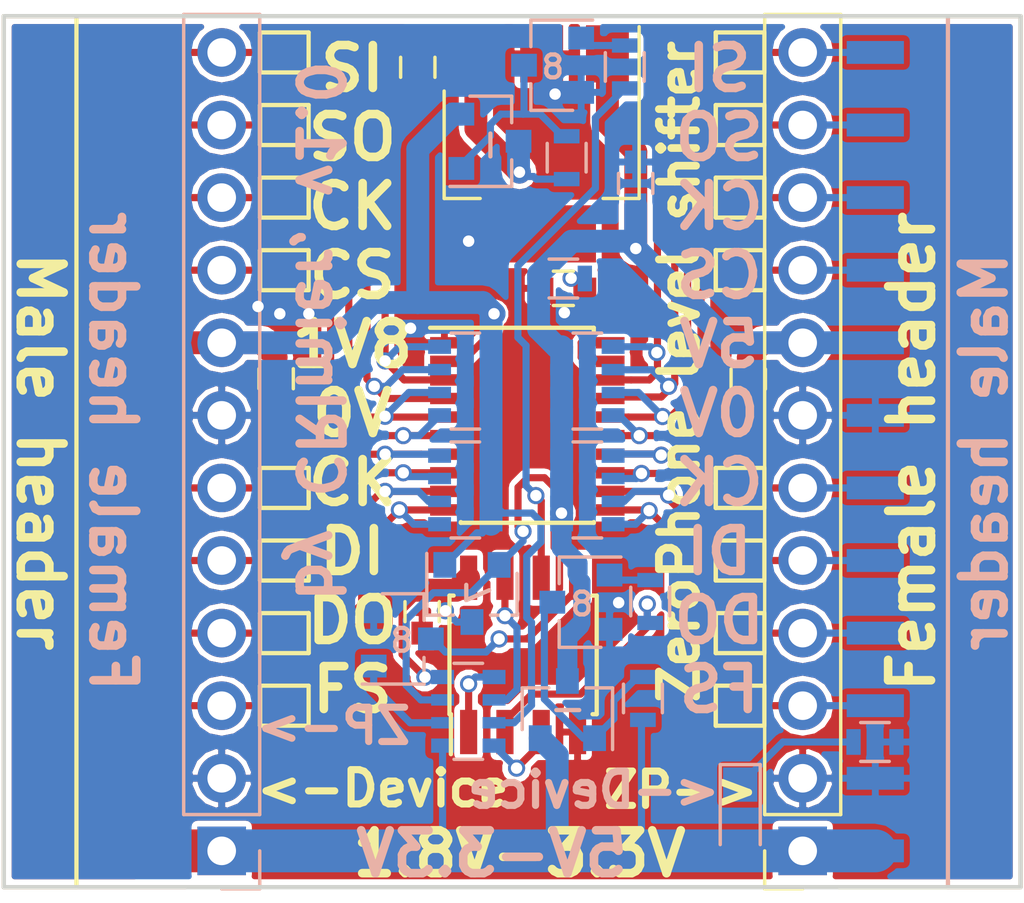
<source format=kicad_pcb>
(kicad_pcb (version 4) (host pcbnew 4.0.7)
  (layers (0 F.Cu signal) (31 B.Cu signal) (34 B.Paste user) (35 F.Paste user) (36 B.SilkS user) (37 F.SilkS user) (38 B.Mask user) (39 F.Mask user) (44 Edge.Cuts user))
  (net 0 "")
  (net 1 GND)
  (net 2 "Net-(C1-Pad1)")
  (net 3 L1)
  (net 4 L2)
  (net 5 L3)
  (net 6 L4)
  (net 7 LVCC)
  (net 8 L5)
  (net 9 L6)
  (net 10 L7)
  (net 11 L8)
  (net 12 +5V)
  (net 13 H1)
  (net 14 H2)
  (net 15 H3)
  (net 16 H4)
  (net 17 HVCC)
  (net 18 H5)
  (net 19 H6)
  (net 20 H7)
  (net 21 H8)
  (net 22 VCC)
  (net 23 "Net-(Q1-Pad1)")
  (net 24 "Net-(Q1-Pad3)")
  (net 25 "Net-(Q3-Pad1)")
  (net 26 "Net-(Q3-Pad3)")
  (net 27 +1V8)
  (net 28 5V_HV_EN)
  (net 29 1V8_LV_EN)
  (net 30 "Net-(D2-Pad1)")
  (net 31 5VDET)
  (net 32 LIN)
  (net 33 HIN)
  (net 34 RST)
  (net 35 "Net-(Q5-Pad3)")
  (module Capacitors_SMD:C_0603 (layer F.Cu) (at 144.03 114.935 180)
    (fp_text reference C1 hide)
    (fp_text value 100nF)
    (pad 2 smd rect (at 0.75 0 180) (size 0.8 0.75) (layers F.Cu F.Paste F.Mask) (net 1 GND))
    (pad 1 smd rect (at -0.75 0 180) (size 0.8 0.75) (layers F.Cu F.Paste F.Mask) (net 2 "Net-(C1-Pad1)"))
  )
  (module footprints:GS2_SMALL (layer F.Cu) (at 133.92 106.68 270)
    (fp_text reference JP1 hide)
    (fp_text value J hide)
    (pad 1 smd rect (at 0 -0.7 270) (size 0.9 0.5) (layers F.Cu F.Paste F.Mask) (net 3 L1))
    (pad 2 smd rect (at 0 0 270) (size 0.9 0.5) (layers F.Cu F.Paste F.Mask) (net 3 L1))
  )
  (module footprints:GS2_SMALL (layer F.Cu) (at 133.92 109.22 270)
    (fp_text reference JP2 hide)
    (fp_text value J hide)
    (pad 1 smd rect (at 0 -0.7 270) (size 0.9 0.5) (layers F.Cu F.Paste F.Mask) (net 4 L2))
    (pad 2 smd rect (at 0 0 270) (size 0.9 0.5) (layers F.Cu F.Paste F.Mask) (net 4 L2))
  )
  (module footprints:GS2_SMALL (layer F.Cu) (at 134.62 111.76 90)
    (fp_text reference JP3 hide)
    (fp_text value J hide)
    (pad 1 smd rect (at 0 -0.7 90) (size 0.9 0.5) (layers F.Cu F.Paste F.Mask) (net 5 L3))
    (pad 2 smd rect (at 0 0 90) (size 0.9 0.5) (layers F.Cu F.Paste F.Mask) (net 5 L3))
  )
  (module footprints:GS2_SMALL (layer F.Cu) (at 133.92 114.3 270)
    (fp_text reference JP4 hide)
    (fp_text value J hide)
    (pad 1 smd rect (at 0 -0.7 270) (size 0.9 0.5) (layers F.Cu F.Paste F.Mask) (net 6 L4))
    (pad 2 smd rect (at 0 0 270) (size 0.9 0.5) (layers F.Cu F.Paste F.Mask) (net 6 L4))
  )
  (module footprints:GS2_SMALL (layer F.Cu) (at 134.62 121.92 90)
    (fp_text reference JP5 hide)
    (fp_text value J hide)
    (pad 1 smd rect (at 0 -0.7 90) (size 0.9 0.5) (layers F.Cu F.Paste F.Mask) (net 8 L5))
    (pad 2 smd rect (at 0 0 90) (size 0.9 0.5) (layers F.Cu F.Paste F.Mask) (net 8 L5))
  )
  (module footprints:GS2_SMALL (layer F.Cu) (at 134.62 124.46 90)
    (fp_text reference JP6 hide)
    (fp_text value J hide)
    (pad 1 smd rect (at 0 -0.7 90) (size 0.9 0.5) (layers F.Cu F.Paste F.Mask) (net 9 L6))
    (pad 2 smd rect (at 0 0 90) (size 0.9 0.5) (layers F.Cu F.Paste F.Mask) (net 9 L6))
  )
  (module footprints:GS2_SMALL (layer F.Cu) (at 134.62 127 90)
    (fp_text reference JP7 hide)
    (fp_text value J hide)
    (pad 1 smd rect (at 0 -0.7 90) (size 0.9 0.5) (layers F.Cu F.Paste F.Mask) (net 10 L7))
    (pad 2 smd rect (at 0 0 90) (size 0.9 0.5) (layers F.Cu F.Paste F.Mask) (net 10 L7))
  )
  (module footprints:GS2_SMALL (layer F.Cu) (at 133.92 129.54 270)
    (fp_text reference JP8 hide)
    (fp_text value J hide)
    (pad 1 smd rect (at 0 -0.7 270) (size 0.9 0.5) (layers F.Cu F.Paste F.Mask) (net 11 L8))
    (pad 2 smd rect (at 0 0 270) (size 0.9 0.5) (layers F.Cu F.Paste F.Mask) (net 11 L8))
  )
  (module footprints:GS2_SMALL (layer F.Cu) (at 149.86 106.68 270)
    (fp_text reference JP9 hide)
    (fp_text value J hide)
    (pad 1 smd rect (at 0 -0.7 270) (size 0.9 0.5) (layers F.Cu F.Paste F.Mask) (net 13 H1))
    (pad 2 smd rect (at 0 0 270) (size 0.9 0.5) (layers F.Cu F.Paste F.Mask) (net 13 H1))
  )
  (module footprints:GS2_SMALL (layer F.Cu) (at 149.86 109.22 270)
    (fp_text reference JP10 hide)
    (fp_text value J hide)
    (pad 1 smd rect (at 0 -0.7 270) (size 0.9 0.5) (layers F.Cu F.Paste F.Mask) (net 14 H2))
    (pad 2 smd rect (at 0 0 270) (size 0.9 0.5) (layers F.Cu F.Paste F.Mask) (net 14 H2))
  )
  (module footprints:GS2_SMALL (layer F.Cu) (at 150.56 111.76 90)
    (fp_text reference JP11 hide)
    (fp_text value J hide)
    (pad 1 smd rect (at 0 -0.7 90) (size 0.9 0.5) (layers F.Cu F.Paste F.Mask) (net 15 H3))
    (pad 2 smd rect (at 0 0 90) (size 0.9 0.5) (layers F.Cu F.Paste F.Mask) (net 15 H3))
  )
  (module footprints:GS2_SMALL (layer F.Cu) (at 149.86 114.3 270)
    (fp_text reference JP12 hide)
    (fp_text value J hide)
    (pad 1 smd rect (at 0 -0.7 270) (size 0.9 0.5) (layers F.Cu F.Paste F.Mask) (net 16 H4))
    (pad 2 smd rect (at 0 0 270) (size 0.9 0.5) (layers F.Cu F.Paste F.Mask) (net 16 H4))
  )
  (module footprints:GS2_SMALL (layer F.Cu) (at 149.86 121.92 270)
    (fp_text reference JP13 hide)
    (fp_text value J hide)
    (pad 1 smd rect (at 0 -0.7 270) (size 0.9 0.5) (layers F.Cu F.Paste F.Mask) (net 18 H5))
    (pad 2 smd rect (at 0 0 270) (size 0.9 0.5) (layers F.Cu F.Paste F.Mask) (net 18 H5))
  )
  (module footprints:GS2_SMALL (layer F.Cu) (at 149.86 124.46 270)
    (fp_text reference JP14 hide)
    (fp_text value J hide)
    (pad 1 smd rect (at 0 -0.7 270) (size 0.9 0.5) (layers F.Cu F.Paste F.Mask) (net 19 H6))
    (pad 2 smd rect (at 0 0 270) (size 0.9 0.5) (layers F.Cu F.Paste F.Mask) (net 19 H6))
  )
  (module footprints:GS2_SMALL (layer F.Cu) (at 149.86 127 270)
    (fp_text reference JP15 hide)
    (fp_text value J hide)
    (pad 1 smd rect (at 0 -0.7 270) (size 0.9 0.5) (layers F.Cu F.Paste F.Mask) (net 20 H7))
    (pad 2 smd rect (at 0 0 270) (size 0.9 0.5) (layers F.Cu F.Paste F.Mask) (net 20 H7))
  )
  (module footprints:GS2_SMALL (layer F.Cu) (at 149.86 129.54 270)
    (fp_text reference JP16 hide)
    (fp_text value J hide)
    (pad 1 smd rect (at 0 -0.7 270) (size 0.9 0.5) (layers F.Cu F.Paste F.Mask) (net 21 H8))
    (pad 2 smd rect (at 0 0 270) (size 0.9 0.5) (layers F.Cu F.Paste F.Mask) (net 21 H8))
  )
  (module Resistors_SMD:R_Array_Convex_4x0603 (layer B.Cu) (at 140.6 118.18 180)
    (fp_text reference RN1 hide)
    (fp_text value 10K)
    (pad 1 smd rect (at -0.9 1.2 180) (size 0.8 0.5) (layers B.Cu B.Paste B.Mask) (net 7 LVCC))
    (pad 3 smd rect (at -0.9 -0.4 180) (size 0.8 0.4) (layers B.Cu B.Paste B.Mask) (net 7 LVCC))
    (pad 2 smd rect (at -0.9 0.4 180) (size 0.8 0.4) (layers B.Cu B.Paste B.Mask) (net 7 LVCC))
    (pad 4 smd rect (at -0.9 -1.2 180) (size 0.8 0.5) (layers B.Cu B.Paste B.Mask) (net 7 LVCC))
    (pad 7 smd rect (at 0.9 0.4 180) (size 0.8 0.4) (layers B.Cu B.Paste B.Mask) (net 4 L2))
    (pad 8 smd rect (at 0.9 1.2 180) (size 0.8 0.5) (layers B.Cu B.Paste B.Mask) (net 3 L1))
    (pad 6 smd rect (at 0.9 -0.4 180) (size 0.8 0.4) (layers B.Cu B.Paste B.Mask) (net 5 L3))
    (pad 5 smd rect (at 0.9 -1.2 180) (size 0.8 0.5) (layers B.Cu B.Paste B.Mask) (net 6 L4))
  )
  (module Resistors_SMD:R_Array_Convex_4x0603 (layer B.Cu) (at 140.6 121.99 180)
    (fp_text reference RN2 hide)
    (fp_text value 10K)
    (pad 1 smd rect (at -0.9 1.2 180) (size 0.8 0.5) (layers B.Cu B.Paste B.Mask) (net 7 LVCC))
    (pad 3 smd rect (at -0.9 -0.4 180) (size 0.8 0.4) (layers B.Cu B.Paste B.Mask) (net 7 LVCC))
    (pad 2 smd rect (at -0.9 0.4 180) (size 0.8 0.4) (layers B.Cu B.Paste B.Mask) (net 7 LVCC))
    (pad 4 smd rect (at -0.9 -1.2 180) (size 0.8 0.5) (layers B.Cu B.Paste B.Mask) (net 7 LVCC))
    (pad 7 smd rect (at 0.9 0.4 180) (size 0.8 0.4) (layers B.Cu B.Paste B.Mask) (net 9 L6))
    (pad 8 smd rect (at 0.9 1.2 180) (size 0.8 0.5) (layers B.Cu B.Paste B.Mask) (net 8 L5))
    (pad 6 smd rect (at 0.9 -0.4 180) (size 0.8 0.4) (layers B.Cu B.Paste B.Mask) (net 10 L7))
    (pad 5 smd rect (at 0.9 -1.2 180) (size 0.8 0.5) (layers B.Cu B.Paste B.Mask) (net 11 L8))
  )
  (module Resistors_SMD:R_Array_Convex_4x0603 (layer B.Cu) (at 144.8689 118.18 180)
    (fp_text reference RN3 hide)
    (fp_text value 10K)
    (pad 1 smd rect (at -0.9 1.2 180) (size 0.8 0.5) (layers B.Cu B.Paste B.Mask) (net 13 H1))
    (pad 3 smd rect (at -0.9 -0.4 180) (size 0.8 0.4) (layers B.Cu B.Paste B.Mask) (net 15 H3))
    (pad 2 smd rect (at -0.9 0.4 180) (size 0.8 0.4) (layers B.Cu B.Paste B.Mask) (net 14 H2))
    (pad 4 smd rect (at -0.9 -1.2 180) (size 0.8 0.5) (layers B.Cu B.Paste B.Mask) (net 16 H4))
    (pad 7 smd rect (at 0.9 0.4 180) (size 0.8 0.4) (layers B.Cu B.Paste B.Mask) (net 17 HVCC))
    (pad 8 smd rect (at 0.9 1.2 180) (size 0.8 0.5) (layers B.Cu B.Paste B.Mask) (net 17 HVCC))
    (pad 6 smd rect (at 0.9 -0.4 180) (size 0.8 0.4) (layers B.Cu B.Paste B.Mask) (net 17 HVCC))
    (pad 5 smd rect (at 0.9 -1.2 180) (size 0.8 0.5) (layers B.Cu B.Paste B.Mask) (net 17 HVCC))
  )
  (module Resistors_SMD:R_Array_Convex_4x0603 (layer B.Cu) (at 144.8689 121.99 180)
    (fp_text reference RN4 hide)
    (fp_text value 10K)
    (pad 1 smd rect (at -0.9 1.2 180) (size 0.8 0.5) (layers B.Cu B.Paste B.Mask) (net 18 H5))
    (pad 3 smd rect (at -0.9 -0.4 180) (size 0.8 0.4) (layers B.Cu B.Paste B.Mask) (net 20 H7))
    (pad 2 smd rect (at -0.9 0.4 180) (size 0.8 0.4) (layers B.Cu B.Paste B.Mask) (net 19 H6))
    (pad 4 smd rect (at -0.9 -1.2 180) (size 0.8 0.5) (layers B.Cu B.Paste B.Mask) (net 21 H8))
    (pad 7 smd rect (at 0.9 0.4 180) (size 0.8 0.4) (layers B.Cu B.Paste B.Mask) (net 17 HVCC))
    (pad 8 smd rect (at 0.9 1.2 180) (size 0.8 0.5) (layers B.Cu B.Paste B.Mask) (net 17 HVCC))
    (pad 6 smd rect (at 0.9 -0.4 180) (size 0.8 0.4) (layers B.Cu B.Paste B.Mask) (net 17 HVCC))
    (pad 5 smd rect (at 0.9 -1.2 180) (size 0.8 0.5) (layers B.Cu B.Paste B.Mask) (net 17 HVCC))
  )
  (module Housings_SSOP:SSOP-20_4.4x6.5mm_Pitch0.65mm (layer F.Cu) (at 142.769 119.765)
    (fp_text reference U1 hide)
    (fp_text value GTL2003)
    (pad 1 smd rect (at -2.9 -2.925) (size 1 0.4) (layers F.Cu F.Paste F.Mask) (net 1 GND))
    (pad 2 smd rect (at -2.9 -2.275) (size 1 0.4) (layers F.Cu F.Paste F.Mask) (net 7 LVCC))
    (pad 3 smd rect (at -2.9 -1.625) (size 1 0.4) (layers F.Cu F.Paste F.Mask) (net 3 L1))
    (pad 4 smd rect (at -2.9 -0.975) (size 1 0.4) (layers F.Cu F.Paste F.Mask) (net 4 L2))
    (pad 5 smd rect (at -2.9 -0.325) (size 1 0.4) (layers F.Cu F.Paste F.Mask) (net 5 L3))
    (pad 6 smd rect (at -2.9 0.325) (size 1 0.4) (layers F.Cu F.Paste F.Mask) (net 6 L4))
    (pad 7 smd rect (at -2.9 0.975) (size 1 0.4) (layers F.Cu F.Paste F.Mask) (net 8 L5))
    (pad 8 smd rect (at -2.9 1.625) (size 1 0.4) (layers F.Cu F.Paste F.Mask) (net 9 L6))
    (pad 9 smd rect (at -2.9 2.275) (size 1 0.4) (layers F.Cu F.Paste F.Mask) (net 10 L7))
    (pad 10 smd rect (at -2.9 2.925) (size 1 0.4) (layers F.Cu F.Paste F.Mask) (net 11 L8))
    (pad 11 smd rect (at 2.9 2.925) (size 1 0.4) (layers F.Cu F.Paste F.Mask) (net 21 H8))
    (pad 12 smd rect (at 2.9 2.275) (size 1 0.4) (layers F.Cu F.Paste F.Mask) (net 20 H7))
    (pad 13 smd rect (at 2.9 1.625) (size 1 0.4) (layers F.Cu F.Paste F.Mask) (net 19 H6))
    (pad 14 smd rect (at 2.9 0.975) (size 1 0.4) (layers F.Cu F.Paste F.Mask) (net 18 H5))
    (pad 15 smd rect (at 2.9 0.325) (size 1 0.4) (layers F.Cu F.Paste F.Mask) (net 16 H4))
    (pad 16 smd rect (at 2.9 -0.325) (size 1 0.4) (layers F.Cu F.Paste F.Mask) (net 15 H3))
    (pad 17 smd rect (at 2.9 -0.975) (size 1 0.4) (layers F.Cu F.Paste F.Mask) (net 14 H2))
    (pad 18 smd rect (at 2.9 -1.625) (size 1 0.4) (layers F.Cu F.Paste F.Mask) (net 13 H1))
    (pad 19 smd rect (at 2.9 -2.275) (size 1 0.4) (layers F.Cu F.Paste F.Mask) (net 2 "Net-(C1-Pad1)"))
    (pad 20 smd rect (at 2.9 -2.925) (size 1 0.4) (layers F.Cu F.Paste F.Mask) (net 2 "Net-(C1-Pad1)"))
  )
  (module Capacitors_SMD:C_0603 (layer F.Cu) (at 133.985 118.098 270)
    (fp_text reference C2 hide)
    (fp_text value 100nF)
    (pad 2 smd rect (at 0.75 0 270) (size 0.8 0.75) (layers F.Cu F.Paste F.Mask) (net 1 GND))
    (pad 1 smd rect (at -0.75 0 270) (size 0.8 0.75) (layers F.Cu F.Paste F.Mask) (net 7 LVCC))
  )
  (module Capacitors_SMD:C_0603 (layer F.Cu) (at 150.495 118.11 270)
    (fp_text reference C3 hide)
    (fp_text value 100nF)
    (pad 2 smd rect (at 0.75 0 270) (size 0.8 0.75) (layers F.Cu F.Paste F.Mask) (net 1 GND))
    (pad 1 smd rect (at -0.75 0 270) (size 0.8 0.75) (layers F.Cu F.Paste F.Mask) (net 17 HVCC))
  )
  (module Capacitors_SMD:C_0603 (layer F.Cu) (at 139.0904 126.25 270)
    (fp_text reference C4 hide)
    (fp_text value 100nF)
    (pad 2 smd rect (at 0.75 0 270) (size 0.8 0.75) (layers F.Cu F.Paste F.Mask) (net 1 GND))
    (pad 1 smd rect (at -0.75 0 270) (size 0.8 0.75) (layers F.Cu F.Paste F.Mask) (net 22 VCC))
  )
  (module TO_SOT_Packages_SMD:SOT-23 (layer B.Cu) (at 144.6436 125.918 180)
    (fp_text reference Q1 hide)
    (fp_text value BC847)
    (pad 1 smd rect (at -1 0.95 180) (size 0.9 0.8) (layers B.Cu B.Paste B.Mask) (net 23 "Net-(Q1-Pad1)"))
    (pad 2 smd rect (at -1 -0.95 180) (size 0.9 0.8) (layers B.Cu B.Paste B.Mask) (net 1 GND))
    (pad 3 smd rect (at 1 0 180) (size 0.9 0.8) (layers B.Cu B.Paste B.Mask) (net 24 "Net-(Q1-Pad3)"))
  )
  (module TO_SOT_Packages_SMD:SOT-23 (layer B.Cu) (at 144.1704 129.6764 90)
    (fp_text reference Q2 hide)
    (fp_text value IRLML6401)
    (pad 1 smd rect (at -1 0.95 90) (size 0.9 0.8) (layers B.Cu B.Paste B.Mask) (net 24 "Net-(Q1-Pad3)"))
    (pad 2 smd rect (at -1 -0.95 90) (size 0.9 0.8) (layers B.Cu B.Paste B.Mask) (net 12 +5V))
    (pad 3 smd rect (at 1 0 90) (size 0.9 0.8) (layers B.Cu B.Paste B.Mask) (net 17 HVCC))
  )
  (module TO_SOT_Packages_SMD:SOT-23 (layer B.Cu) (at 143.653 107.127 180)
    (fp_text reference Q3 hide)
    (fp_text value BC847)
    (pad 1 smd rect (at -1 0.95 180) (size 0.9 0.8) (layers B.Cu B.Paste B.Mask) (net 25 "Net-(Q3-Pad1)"))
    (pad 2 smd rect (at -1 -0.95 180) (size 0.9 0.8) (layers B.Cu B.Paste B.Mask) (net 1 GND))
    (pad 3 smd rect (at 1 0 180) (size 0.9 0.8) (layers B.Cu B.Paste B.Mask) (net 26 "Net-(Q3-Pad3)"))
  )
  (module TO_SOT_Packages_SMD:SOT-23 (layer B.Cu) (at 141.462 109.789)
    (fp_text reference Q4 hide)
    (fp_text value IRLML6401)
    (pad 1 smd rect (at -1 0.95) (size 0.9 0.8) (layers B.Cu B.Paste B.Mask) (net 26 "Net-(Q3-Pad3)"))
    (pad 2 smd rect (at -1 -0.95) (size 0.9 0.8) (layers B.Cu B.Paste B.Mask) (net 7 LVCC))
    (pad 3 smd rect (at 1 0) (size 0.9 0.8) (layers B.Cu B.Paste B.Mask) (net 27 +1V8))
  )
  (module Resistors_SMD:R_0603 (layer B.Cu) (at 144.03 114.5921)
    (fp_text reference R1 hide)
    (fp_text value 100K)
    (pad 1 smd rect (at -0.75 0) (size 0.5 0.9) (layers B.Cu B.Paste B.Mask) (net 17 HVCC))
    (pad 2 smd rect (at 0.75 0) (size 0.5 0.9) (layers B.Cu B.Paste B.Mask) (net 2 "Net-(C1-Pad1)"))
  )
  (module Resistors_SMD:R_0603 (layer B.Cu) (at 147.066 125.8944 270)
    (fp_text reference R2 hide)
    (fp_text value 1K)
    (pad 1 smd rect (at -0.75 0 270) (size 0.5 0.9) (layers B.Cu B.Paste B.Mask) (net 23 "Net-(Q1-Pad1)"))
    (pad 2 smd rect (at 0.75 0 270) (size 0.5 0.9) (layers B.Cu B.Paste B.Mask) (net 28 5V_HV_EN))
  )
  (module Resistors_SMD:R_0603 (layer B.Cu) (at 146.177 107.188 270)
    (fp_text reference R3 hide)
    (fp_text value 1K)
    (pad 1 smd rect (at -0.75 0 270) (size 0.5 0.9) (layers B.Cu B.Paste B.Mask) (net 25 "Net-(Q3-Pad1)"))
    (pad 2 smd rect (at 0.75 0 270) (size 0.5 0.9) (layers B.Cu B.Paste B.Mask) (net 29 1V8_LV_EN))
  )
  (module Resistors_SMD:R_0603 (layer B.Cu) (at 146.812 129.286 90)
    (fp_text reference R4 hide)
    (fp_text value 10K)
    (pad 1 smd rect (at -0.75 0 90) (size 0.5 0.9) (layers B.Cu B.Paste B.Mask) (net 12 +5V))
    (pad 2 smd rect (at 0.75 0 90) (size 0.5 0.9) (layers B.Cu B.Paste B.Mask) (net 24 "Net-(Q1-Pad3)"))
  )
  (module Resistors_SMD:R_0603 (layer B.Cu) (at 144.145 110.363 90)
    (fp_text reference R5 hide)
    (fp_text value 10K)
    (pad 1 smd rect (at -0.75 0 90) (size 0.5 0.9) (layers B.Cu B.Paste B.Mask) (net 27 +1V8))
    (pad 2 smd rect (at 0.75 0 90) (size 0.5 0.9) (layers B.Cu B.Paste B.Mask) (net 26 "Net-(Q3-Pad3)"))
  )
  (module Housings_SOIC:SOIC-8_3.9x4.9mm_Pitch1.27mm (layer F.Cu) (at 142.621 127.762 90)
    (fp_text reference U3 hide)
    (fp_text value ATTINY45-20SU)
    (pad 1 smd rect (at -2.7 -1.905 90) (size 1.55 0.6) (layers F.Cu F.Paste F.Mask) (net 34 RST))
    (pad 2 smd rect (at -2.7 -0.635 90) (size 1.55 0.6) (layers F.Cu F.Paste F.Mask) (net 28 5V_HV_EN))
    (pad 3 smd rect (at -2.7 0.635 90) (size 1.55 0.6) (layers F.Cu F.Paste F.Mask) (net 31 5VDET))
    (pad 4 smd rect (at -2.7 1.905 90) (size 1.55 0.6) (layers F.Cu F.Paste F.Mask) (net 1 GND))
    (pad 5 smd rect (at 2.7 1.905 90) (size 1.55 0.6) (layers F.Cu F.Paste F.Mask) (net 35 "Net-(Q5-Pad3)"))
    (pad 6 smd rect (at 2.7 0.635 90) (size 1.55 0.6) (layers F.Cu F.Paste F.Mask) (net 29 1V8_LV_EN))
    (pad 7 smd rect (at 2.7 -0.635 90) (size 1.55 0.6) (layers F.Cu F.Paste F.Mask) (net 33 HIN))
    (pad 8 smd rect (at 2.7 -1.905 90) (size 1.55 0.6) (layers F.Cu F.Paste F.Mask) (net 22 VCC))
  )
  (module TO_SOT_Packages_SMD:SOT-23 (layer B.Cu) (at 140.8328 125.6124 270)
    (fp_text reference D1 hide)
    (fp_text value BAV70)
    (pad 1 smd rect (at -1 0.95 270) (size 0.9 0.8) (layers B.Cu B.Paste B.Mask) (net 7 LVCC))
    (pad 2 smd rect (at -1 -0.95 270) (size 0.9 0.8) (layers B.Cu B.Paste B.Mask) (net 17 HVCC))
    (pad 3 smd rect (at 1 0 270) (size 0.9 0.8) (layers B.Cu B.Paste B.Mask) (net 22 VCC))
  )
  (module LEDs:LED_0805 (layer B.Cu) (at 150.2156 133.4008 270)
    (fp_text reference D2 hide)
    (fp_text value LED)
    (pad 2 smd rect (at 1.1 0 90) (size 1.2 1.2) (layers B.Cu B.Paste B.Mask) (net 12 +5V))
    (pad 1 smd rect (at -1.1 0 90) (size 1.2 1.2) (layers B.Cu B.Paste B.Mask) (net 30 "Net-(D2-Pad1)"))
  )
  (module Resistors_SMD:R_0603 (layer B.Cu) (at 154.928 130.81 180)
    (fp_text reference R8 hide)
    (fp_text value 1K)
    (pad 1 smd rect (at -0.75 0 180) (size 0.5 0.9) (layers B.Cu B.Paste B.Mask) (net 1 GND))
    (pad 2 smd rect (at 0.75 0 180) (size 0.5 0.9) (layers B.Cu B.Paste B.Mask) (net 30 "Net-(D2-Pad1)"))
  )
  (module TO_SOT_Packages_SMD:SOT-223-3_TabPin2 (layer F.Cu) (at 143.27 109.88 270)
    (fp_text reference U2 hide)
    (fp_text value MCP1703A-1802_SOT223)
    (pad 2 smd rect (at 3.15 0 270) (size 2 3.8) (layers F.Cu F.Paste F.Mask) (net 1 GND))
    (pad 2 smd rect (at -3.15 0 270) (size 2 1.5) (layers F.Cu F.Paste F.Mask) (net 1 GND))
    (pad 3 smd rect (at -3.15 2.3 270) (size 2 1.5) (layers F.Cu F.Paste F.Mask) (net 27 +1V8))
    (pad 1 smd rect (at -3.15 -2.3 270) (size 2 1.5) (layers F.Cu F.Paste F.Mask) (net 17 HVCC))
  )
  (module lib:Pin_Header_Combined_1x12_Pitch2.54mm (layer F.Cu) (at 132.08 134.62 180)
    (fp_text reference J1 hide)
    (fp_text value Conn_01x12)
    (pad 1 thru_hole rect (at 0 0 180) (size 1.7 1.7) (drill 1) (layers *.Cu *.Mask) (net 12 +5V))
    (pad 2 thru_hole oval (at 0 2.54 180) (size 1.7 1.7) (drill 1) (layers *.Cu *.Mask) (net 1 GND))
    (pad 3 thru_hole oval (at 0 5.08 180) (size 1.7 1.7) (drill 1) (layers *.Cu *.Mask) (net 11 L8))
    (pad 4 thru_hole oval (at 0 7.62 180) (size 1.7 1.7) (drill 1) (layers *.Cu *.Mask) (net 10 L7))
    (pad 5 thru_hole oval (at 0 10.16 180) (size 1.7 1.7) (drill 1) (layers *.Cu *.Mask) (net 9 L6))
    (pad 6 thru_hole oval (at 0 12.7 180) (size 1.7 1.7) (drill 1) (layers *.Cu *.Mask) (net 8 L5))
    (pad 7 thru_hole oval (at 0 15.24 180) (size 1.7 1.7) (drill 1) (layers *.Cu *.Mask) (net 1 GND))
    (pad 8 thru_hole oval (at 0 17.78 180) (size 1.7 1.7) (drill 1) (layers *.Cu *.Mask) (net 7 LVCC))
    (pad 9 thru_hole oval (at 0 20.32 180) (size 1.7 1.7) (drill 1) (layers *.Cu *.Mask) (net 6 L4))
    (pad 10 thru_hole oval (at 0 22.86 180) (size 1.7 1.7) (drill 1) (layers *.Cu *.Mask) (net 5 L3))
    (pad 11 thru_hole oval (at 0 25.4 180) (size 1.7 1.7) (drill 1) (layers *.Cu *.Mask) (net 4 L2))
    (pad 12 thru_hole oval (at 0 27.94 180) (size 1.7 1.7) (drill 1) (layers *.Cu *.Mask) (net 3 L1))
    (pad 1 smd rect (at 2.54 0 180) (size 2 0.8) (layers F.Cu F.Paste F.Mask) (net 12 +5V))
    (pad 2 smd rect (at 2.54 2.54 180) (size 2 0.8) (layers F.Cu F.Paste F.Mask) (net 1 GND))
    (pad 3 smd rect (at 2.54 5.08 180) (size 2 0.8) (layers F.Cu F.Paste F.Mask) (net 11 L8))
    (pad 4 smd rect (at 2.54 7.62 180) (size 2 0.8) (layers F.Cu F.Paste F.Mask) (net 10 L7))
    (pad 5 smd rect (at 2.54 10.16 180) (size 2 0.8) (layers F.Cu F.Paste F.Mask) (net 9 L6))
    (pad 6 smd rect (at 2.54 12.7 180) (size 2 0.8) (layers F.Cu F.Paste F.Mask) (net 8 L5))
    (pad 7 smd rect (at 2.54 15.24 180) (size 2 0.8) (layers F.Cu F.Paste F.Mask) (net 1 GND))
    (pad 8 smd rect (at 2.54 17.78 180) (size 2 0.8) (layers F.Cu F.Paste F.Mask) (net 7 LVCC))
    (pad 9 smd rect (at 2.54 20.32 180) (size 2 0.8) (layers F.Cu F.Paste F.Mask) (net 6 L4))
    (pad 10 smd rect (at 2.54 22.86 180) (size 2 0.8) (layers F.Cu F.Paste F.Mask) (net 5 L3))
    (pad 11 smd rect (at 2.54 25.4 180) (size 2 0.8) (layers F.Cu F.Paste F.Mask) (net 4 L2))
    (pad 12 smd rect (at 2.54 27.94 180) (size 2 0.8) (layers F.Cu F.Paste F.Mask) (net 3 L1))
  )
  (module lib:Pin_Header_Combined_1x12_Pitch2.54mm (layer B.Cu) (at 152.4 134.62)
    (fp_text reference J2 hide)
    (fp_text value Conn_01x12)
    (pad 1 thru_hole rect (at 0 0) (size 1.7 1.7) (drill 1) (layers *.Cu *.Mask) (net 12 +5V))
    (pad 2 thru_hole oval (at 0 -2.54) (size 1.7 1.7) (drill 1) (layers *.Cu *.Mask) (net 1 GND))
    (pad 3 thru_hole oval (at 0 -5.08) (size 1.7 1.7) (drill 1) (layers *.Cu *.Mask) (net 21 H8))
    (pad 4 thru_hole oval (at 0 -7.62) (size 1.7 1.7) (drill 1) (layers *.Cu *.Mask) (net 20 H7))
    (pad 5 thru_hole oval (at 0 -10.16) (size 1.7 1.7) (drill 1) (layers *.Cu *.Mask) (net 19 H6))
    (pad 6 thru_hole oval (at 0 -12.7) (size 1.7 1.7) (drill 1) (layers *.Cu *.Mask) (net 18 H5))
    (pad 7 thru_hole oval (at 0 -15.24) (size 1.7 1.7) (drill 1) (layers *.Cu *.Mask) (net 1 GND))
    (pad 8 thru_hole oval (at 0 -17.78) (size 1.7 1.7) (drill 1) (layers *.Cu *.Mask) (net 17 HVCC))
    (pad 9 thru_hole oval (at 0 -20.32) (size 1.7 1.7) (drill 1) (layers *.Cu *.Mask) (net 16 H4))
    (pad 10 thru_hole oval (at 0 -22.86) (size 1.7 1.7) (drill 1) (layers *.Cu *.Mask) (net 15 H3))
    (pad 11 thru_hole oval (at 0 -25.4) (size 1.7 1.7) (drill 1) (layers *.Cu *.Mask) (net 14 H2))
    (pad 12 thru_hole oval (at 0 -27.94) (size 1.7 1.7) (drill 1) (layers *.Cu *.Mask) (net 13 H1))
    (pad 1 smd rect (at 2.54 0) (size 2 0.8) (layers B.Cu B.Paste B.Mask) (net 12 +5V))
    (pad 2 smd rect (at 2.54 -2.54) (size 2 0.8) (layers B.Cu B.Paste B.Mask) (net 1 GND))
    (pad 3 smd rect (at 2.54 -5.08) (size 2 0.8) (layers B.Cu B.Paste B.Mask) (net 21 H8))
    (pad 4 smd rect (at 2.54 -7.62) (size 2 0.8) (layers B.Cu B.Paste B.Mask) (net 20 H7))
    (pad 5 smd rect (at 2.54 -10.16) (size 2 0.8) (layers B.Cu B.Paste B.Mask) (net 19 H6))
    (pad 6 smd rect (at 2.54 -12.7) (size 2 0.8) (layers B.Cu B.Paste B.Mask) (net 18 H5))
    (pad 7 smd rect (at 2.54 -15.24) (size 2 0.8) (layers B.Cu B.Paste B.Mask) (net 1 GND))
    (pad 8 smd rect (at 2.54 -17.78) (size 2 0.8) (layers B.Cu B.Paste B.Mask) (net 17 HVCC))
    (pad 9 smd rect (at 2.54 -20.32) (size 2 0.8) (layers B.Cu B.Paste B.Mask) (net 16 H4))
    (pad 10 smd rect (at 2.54 -22.86) (size 2 0.8) (layers B.Cu B.Paste B.Mask) (net 15 H3))
    (pad 11 smd rect (at 2.54 -25.4) (size 2 0.8) (layers B.Cu B.Paste B.Mask) (net 14 H2))
    (pad 12 smd rect (at 2.54 -27.94) (size 2 0.8) (layers B.Cu B.Paste B.Mask) (net 13 H1))
  )
  (module Capacitors_SMD:C_0603 (layer B.Cu) (at 146.558 111.264 90)
    (fp_text reference C5 hide)
    (fp_text value 100nF)
    (pad 2 smd rect (at 0.75 0 90) (size 0.8 0.75) (layers B.Cu B.Paste B.Mask) (net 1 GND))
    (pad 1 smd rect (at -0.75 0 90) (size 0.8 0.75) (layers B.Cu B.Paste B.Mask) (net 17 HVCC))
  )
  (module Capacitors_SMD:C_0603 (layer F.Cu) (at 138.938 107.2 270)
    (fp_text reference C6 hide)
    (fp_text value 100nF)
    (pad 2 smd rect (at 0.75 0 270) (size 0.8 0.75) (layers F.Cu F.Paste F.Mask) (net 1 GND))
    (pad 1 smd rect (at -0.75 0 270) (size 0.8 0.75) (layers F.Cu F.Paste F.Mask) (net 27 +1V8))
  )
  (module Resistors_SMD:R_Array_Convex_4x0603 (layer B.Cu) (at 140.705 129.737 180)
    (fp_text reference RN5 hide)
    (fp_text value 10K)
    (pad 1 smd rect (at -0.9 1.2 180) (size 0.8 0.5) (layers B.Cu B.Paste B.Mask) (net 34 RST))
    (pad 3 smd rect (at -0.9 -0.4 180) (size 0.8 0.4) (layers B.Cu B.Paste B.Mask) (net 7 LVCC))
    (pad 2 smd rect (at -0.9 0.4 180) (size 0.8 0.4) (layers B.Cu B.Paste B.Mask) (net 33 HIN))
    (pad 4 smd rect (at -0.9 -1.2 180) (size 0.8 0.5) (layers B.Cu B.Paste B.Mask) (net 31 5VDET))
    (pad 7 smd rect (at 0.9 0.4 180) (size 0.8 0.4) (layers B.Cu B.Paste B.Mask) (net 17 HVCC))
    (pad 8 smd rect (at 0.9 1.2 180) (size 0.8 0.5) (layers B.Cu B.Paste B.Mask) (net 22 VCC))
    (pad 6 smd rect (at 0.9 -0.4 180) (size 0.8 0.4) (layers B.Cu B.Paste B.Mask) (net 32 LIN))
    (pad 5 smd rect (at 0.9 -1.2 180) (size 0.8 0.5) (layers B.Cu B.Paste B.Mask) (net 12 +5V))
  )
  (module TO_SOT_Packages_SMD:SOT-23 (layer B.Cu) (at 138.3952 127.2032)
    (fp_text reference Q5 hide)
    (fp_text value BC847)
    (pad 1 smd rect (at -1 0.95) (size 0.9 0.8) (layers B.Cu B.Paste B.Mask) (net 32 LIN))
    (pad 2 smd rect (at -1 -0.95) (size 0.9 0.8) (layers B.Cu B.Paste B.Mask) (net 1 GND))
    (pad 3 smd rect (at 1 0) (size 0.9 0.8) (layers B.Cu B.Paste B.Mask) (net 35 "Net-(Q5-Pad3)"))
  )
  (gr_text 8 (at 143.6624 107.188) (layer B.SilkS) (effects (font (size 0.8 0.8)) (justify mirror)))
  (gr_text 8 (at 144.6784 125.984) (layer B.SilkS) (effects (font (size 0.8 0.8)) (justify mirror)))
  (gr_text 8 (at 138.3792 127.254) (layer B.SilkS) (effects (font (size 0.8 0.8)) (justify mirror)))
  (gr_text 7 (at 141.0716 125.5776 90) (layer B.SilkS) (effects (font (size 0.8 0.8)) (justify mirror)))
  (gr_text I (at 141.478 109.8804 180) (layer B.SilkS) (effects (font (size 0.8 0.8)) (justify mirror)))
  (gr_text I (at 144.2212 129.6924 90) (layer B.SilkS) (effects (font (size 0.8 0.8)) (justify mirror)))
  (gr_text "Male header" (at 158.75 120.65 90) (layer B.SilkS) (effects (font (size 1.5 1.5) (thickness 0.3)) (justify mirror)))
  (gr_text "Female header" (at 156.21 120.65 90) (layer F.SilkS) (effects (font (size 1.5 1.5) (thickness 0.3))))
  (gr_text "Male header" (at 125.73 120.65 270) (layer F.SilkS) (effects (font (size 1.5 1.5) (thickness 0.3))))
  (gr_text "Female header" (at 128.27 120.65 270) (layer B.SilkS) (effects (font (size 1.5 1.5) (thickness 0.3)) (justify mirror)))
  (gr_line (start 124.46 135.89) (end 124.46 105.41) (layer Edge.Cuts) (width 0.15))
  (gr_line (start 160.02 135.89) (end 124.46 135.89) (layer Edge.Cuts) (width 0.15))
  (gr_line (start 160.02 105.41) (end 160.02 135.89) (layer Edge.Cuts) (width 0.15))
  (gr_line (start 124.46 105.41) (end 160.02 105.41) (layer Edge.Cuts) (width 0.15))
  (gr_text "by CRImier, v1.0" (at 135.4836 116.4336 270) (layer B.SilkS) (effects (font (size 1.5 1.5) (thickness 0.3)) (justify mirror)))
  (gr_text "ZeroPhone level shifter" (at 148.082 117.856 90) (layer F.SilkS) (effects (font (size 1.3 1.3) (thickness 0.27))))
  (gr_text "SI\nSO\nCK\nCS\n1V8\n0V\nCK\nDI\nDO\nFS" (at 136.652 118.11) (layer F.SilkS) (effects (font (size 1.5 1.5) (thickness 0.3))))
  (gr_text "SI\nSO\nCK\nCS\n5V\n0V\nCK\nDI\nDO\nFS" (at 149.479 118.11) (layer B.SilkS) (effects (font (size 1.5 1.5) (thickness 0.3)) (justify mirror)))
  (gr_text ZP-> (at 135.9916 130.2512) (layer B.SilkS) (effects (font (size 1.2 1.2) (thickness 0.25)) (justify mirror)))
  (gr_text 5V-3.3V (at 141.5288 134.7216) (layer B.SilkS) (effects (font (size 1.5 1.5) (thickness 0.3)) (justify mirror)))
  (gr_text <-Device (at 145.0848 132.4864) (layer B.SilkS) (effects (font (size 1.2 1.2) (thickness 0.25)) (justify mirror)))
  (gr_text 1.8V-3.3V (at 142.494 134.7216) (layer F.SilkS) (effects (font (size 1.5 1.5) (thickness 0.3))))
  (gr_text <-Device (at 137.7188 132.4356) (layer F.SilkS) (effects (font (size 1.2 1.2) (thickness 0.25))))
  (gr_text ZP-> (at 148.1328 132.4864) (layer F.SilkS) (effects (font (size 1.2 1.2) (thickness 0.25))))
  (segment (start 145.6436 126.253566) (end 145.963708 125.933458) (width 0.25) (layer B.Cu) (net 1))
  (segment (start 145.6436 126.868) (end 145.6436 126.253566) (width 0.25) (layer B.Cu) (net 1))
  (via (at 145.963708 125.933458) (size 0.6) (drill 0.4) (layers F.Cu B.Cu) (net 1))
  (segment (start 143.27 106.73) (end 143.27 107.666511) (width 0.8) (layer F.Cu) (net 1))
  (segment (start 143.27 107.666511) (end 143.740368 108.136879) (width 0.8) (layer F.Cu) (net 1))
  (segment (start 135.128 118.364) (end 135.128 115.824) (width 0.25) (layer F.Cu) (net 1))
  (segment (start 133.985 118.848) (end 134.644 118.848) (width 0.25) (layer F.Cu) (net 1))
  (segment (start 134.644 118.848) (end 135.128 118.364) (width 0.25) (layer F.Cu) (net 1))
  (segment (start 143.75 113.03) (end 140.97 113.03) (width 0.8) (layer F.Cu) (net 1))
  (segment (start 140.97 113.03) (end 140.716 113.284) (width 0.8) (layer F.Cu) (net 1))
  (via (at 140.716 113.284) (size 0.6) (drill 0.4) (layers F.Cu B.Cu) (net 1))
  (segment (start 144.653 108.077) (end 143.800247 108.077) (width 0.8) (layer B.Cu) (net 1))
  (segment (start 143.800247 108.077) (end 143.740368 108.136879) (width 0.8) (layer B.Cu) (net 1))
  (via (at 143.740368 108.136879) (size 0.6) (drill 0.4) (layers F.Cu B.Cu) (net 1))
  (segment (start 143.3562 115.076465) (end 144.06421 115.784475) (width 0.25) (layer F.Cu) (net 1))
  (segment (start 147.191575 115.784475) (end 144.06421 115.784475) (width 0.25) (layer B.Cu) (net 1))
  (segment (start 150.7871 119.38) (end 147.191575 115.784475) (width 0.25) (layer B.Cu) (net 1))
  (via (at 144.06421 115.784475) (size 0.6) (drill 0.4) (layers F.Cu B.Cu) (net 1))
  (segment (start 139.192 116.84) (end 139.869 116.84) (width 0.25) (layer F.Cu) (net 1))
  (segment (start 138.684 116.332) (end 139.192 116.84) (width 0.25) (layer F.Cu) (net 1))
  (via (at 138.684 116.332) (size 0.6) (drill 0.4) (layers F.Cu B.Cu) (net 1))
  (segment (start 138.012998 116.332) (end 138.684 116.332) (width 0.25) (layer B.Cu) (net 1))
  (segment (start 134.964998 119.38) (end 138.012998 116.332) (width 0.25) (layer B.Cu) (net 1))
  (segment (start 134.112 115.824) (end 133.604 115.824) (width 0.25) (layer F.Cu) (net 1))
  (segment (start 133.604 115.824) (end 133.35 115.57) (width 0.25) (layer F.Cu) (net 1))
  (via (at 133.35 115.57) (size 0.6) (drill 0.4) (layers F.Cu B.Cu) (net 1))
  (segment (start 135.128 115.824) (end 134.112 115.824) (width 0.25) (layer B.Cu) (net 1))
  (via (at 134.112 115.824) (size 0.6) (drill 0.4) (layers F.Cu B.Cu) (net 1))
  (via (at 135.128 115.824) (size 0.6) (drill 0.4) (layers F.Cu B.Cu) (net 1))
  (segment (start 132.08 119.38) (end 132.588 119.38) (width 0.25) (layer F.Cu) (net 1))
  (segment (start 132.08 119.38) (end 134.964998 119.38) (width 0.25) (layer B.Cu) (net 1))
  (segment (start 152.4 119.38) (end 150.7871 119.38) (width 0.25) (layer B.Cu) (net 1))
  (segment (start 144.8562 115.917489) (end 144.8562 114.5921) (width 0.25) (layer F.Cu) (net 2))
  (segment (start 144.8562 116.6368) (end 144.8562 115.917489) (width 0.25) (layer F.Cu) (net 2))
  (segment (start 144.653 116.84) (end 144.8562 116.6368) (width 0.25) (layer F.Cu) (net 2))
  (segment (start 144.299546 114.581546) (end 144.769446 114.581546) (width 0.25) (layer B.Cu) (net 2))
  (segment (start 144.769446 114.581546) (end 144.78 114.5921) (width 0.25) (layer B.Cu) (net 2))
  (segment (start 144.8562 114.5921) (end 144.3101 114.5921) (width 0.25) (layer F.Cu) (net 2))
  (segment (start 144.3101 114.5921) (end 144.299546 114.581546) (width 0.25) (layer F.Cu) (net 2))
  (via (at 144.299546 114.581546) (size 0.6) (drill 0.4) (layers F.Cu B.Cu) (net 2))
  (segment (start 144.795 117.49) (end 144.653 117.348) (width 0.25) (layer F.Cu) (net 2))
  (segment (start 144.653 117.348) (end 144.653 116.84) (width 0.25) (layer F.Cu) (net 2))
  (segment (start 145.669 117.49) (end 144.795 117.49) (width 0.25) (layer F.Cu) (net 2))
  (segment (start 145.669 116.84) (end 144.653 116.84) (width 0.25) (layer F.Cu) (net 2))
  (segment (start 129.54 106.68) (end 132.08 106.68) (width 0.25) (layer F.Cu) (net 3))
  (segment (start 139.7 116.98) (end 138.29 116.98) (width 0.25) (layer B.Cu) (net 3))
  (segment (start 138.29 116.98) (end 137.795 117.475) (width 0.25) (layer B.Cu) (net 3))
  (via (at 137.795 117.475) (size 0.6) (drill 0.4) (layers F.Cu B.Cu) (net 3))
  (segment (start 137.795 109.22) (end 135.255 106.68) (width 0.25) (layer F.Cu) (net 3))
  (segment (start 135.255 106.68) (end 134.62 106.68) (width 0.25) (layer F.Cu) (net 3))
  (segment (start 137.795 117.475) (end 137.795 109.22) (width 0.25) (layer F.Cu) (net 3))
  (segment (start 138.46 118.14) (end 137.795 117.475) (width 0.25) (layer F.Cu) (net 3))
  (segment (start 139.869 118.14) (end 138.46 118.14) (width 0.25) (layer F.Cu) (net 3))
  (segment (start 134.62 106.68) (end 133.92 106.68) (width 0.25) (layer F.Cu) (net 3))
  (segment (start 132.08 106.68) (end 133.92 106.68) (width 0.25) (layer F.Cu) (net 3))
  (segment (start 129.54 109.22) (end 132.08 109.22) (width 0.25) (layer F.Cu) (net 4))
  (segment (start 132.08 109.22) (end 133.92 109.22) (width 0.25) (layer F.Cu) (net 4))
  (segment (start 139.7 117.78) (end 138.415002 117.78) (width 0.25) (layer B.Cu) (net 4))
  (segment (start 138.415002 117.78) (end 137.831002 118.364) (width 0.25) (layer B.Cu) (net 4))
  (segment (start 137.831002 118.364) (end 137.414 118.364) (width 0.25) (layer B.Cu) (net 4))
  (segment (start 137.414 118.364) (end 137.16 118.11) (width 0.25) (layer F.Cu) (net 4))
  (segment (start 137.84 118.79) (end 137.414 118.364) (width 0.25) (layer F.Cu) (net 4))
  (via (at 137.414 118.364) (size 0.6) (drill 0.4) (layers F.Cu B.Cu) (net 4))
  (segment (start 138.43 118.79) (end 137.84 118.79) (width 0.25) (layer F.Cu) (net 4))
  (segment (start 139.869 118.79) (end 138.43 118.79) (width 0.25) (layer F.Cu) (net 4))
  (segment (start 137.16 111.125) (end 135.255 109.22) (width 0.25) (layer F.Cu) (net 4))
  (segment (start 135.255 109.22) (end 134.62 109.22) (width 0.25) (layer F.Cu) (net 4))
  (segment (start 137.16 118.11) (end 137.16 111.125) (width 0.25) (layer F.Cu) (net 4))
  (segment (start 133.92 109.22) (end 134.62 109.22) (width 0.25) (layer F.Cu) (net 4))
  (segment (start 129.54 111.76) (end 132.08 111.76) (width 0.25) (layer F.Cu) (net 5))
  (segment (start 139.7 118.58) (end 138.62566 118.58) (width 0.25) (layer B.Cu) (net 5))
  (segment (start 138.62566 118.58) (end 137.792469 119.413191) (width 0.25) (layer B.Cu) (net 5))
  (segment (start 137.795 119.44) (end 137.22 119.44) (width 0.25) (layer F.Cu) (net 5))
  (segment (start 139.869 119.44) (end 137.795 119.44) (width 0.25) (layer F.Cu) (net 5))
  (segment (start 137.795 119.44) (end 137.795 119.415722) (width 0.25) (layer F.Cu) (net 5))
  (segment (start 137.795 119.415722) (end 137.792469 119.413191) (width 0.25) (layer F.Cu) (net 5))
  (via (at 137.792469 119.413191) (size 0.6) (drill 0.4) (layers F.Cu B.Cu) (net 5))
  (segment (start 136.525 113.03) (end 135.255 111.76) (width 0.25) (layer F.Cu) (net 5))
  (segment (start 135.255 111.76) (end 134.62 111.76) (width 0.25) (layer F.Cu) (net 5))
  (segment (start 136.525 118.745) (end 136.525 113.03) (width 0.25) (layer F.Cu) (net 5))
  (segment (start 137.22 119.44) (end 136.525 118.745) (width 0.25) (layer F.Cu) (net 5))
  (segment (start 133.92 111.76) (end 134.62 111.76) (width 0.25) (layer F.Cu) (net 5))
  (segment (start 132.08 111.76) (end 133.92 111.76) (width 0.25) (layer F.Cu) (net 5))
  (segment (start 129.54 114.3) (end 132.08 114.3) (width 0.25) (layer F.Cu) (net 6))
  (segment (start 139.7 119.38) (end 138.99 120.09) (width 0.25) (layer B.Cu) (net 6))
  (segment (start 138.99 120.09) (end 138.43 120.09) (width 0.25) (layer B.Cu) (net 6))
  (segment (start 138.43 120.09) (end 136.6 120.09) (width 0.25) (layer F.Cu) (net 6))
  (segment (start 139.869 120.09) (end 138.43 120.09) (width 0.25) (layer F.Cu) (net 6))
  (via (at 138.43 120.09) (size 0.6) (drill 0.4) (layers F.Cu B.Cu) (net 6))
  (segment (start 135.89 114.935) (end 135.255 114.3) (width 0.25) (layer F.Cu) (net 6))
  (segment (start 135.255 114.3) (end 134.62 114.3) (width 0.25) (layer F.Cu) (net 6))
  (segment (start 135.89 119.38) (end 135.89 114.935) (width 0.25) (layer F.Cu) (net 6))
  (segment (start 136.6 120.09) (end 135.89 119.38) (width 0.25) (layer F.Cu) (net 6))
  (segment (start 133.92 114.3) (end 134.62 114.3) (width 0.25) (layer F.Cu) (net 6))
  (segment (start 132.08 114.3) (end 133.92 114.3) (width 0.25) (layer F.Cu) (net 6))
  (segment (start 142.3034 130.137) (end 141.605 130.137) (width 0.25) (layer B.Cu) (net 7))
  (segment (start 142.934548 122.799654) (end 143.24389 123.108996) (width 0.25) (layer B.Cu) (net 7))
  (segment (start 142.915354 126.624756) (end 142.915353 129.525047) (width 0.25) (layer B.Cu) (net 7))
  (segment (start 142.748 126.457402) (end 142.915354 126.624756) (width 0.25) (layer B.Cu) (net 7))
  (segment (start 142.748 124.3076) (end 142.748 126.457402) (width 0.25) (layer B.Cu) (net 7))
  (segment (start 143.24389 123.81171) (end 142.748 124.3076) (width 0.25) (layer B.Cu) (net 7))
  (segment (start 143.24389 123.108996) (end 143.24389 123.81171) (width 0.25) (layer B.Cu) (net 7))
  (segment (start 141.909654 122.799654) (end 142.934548 122.799654) (width 0.25) (layer B.Cu) (net 7))
  (segment (start 141.5 122.39) (end 141.909654 122.799654) (width 0.25) (layer B.Cu) (net 7))
  (segment (start 142.915353 129.525047) (end 142.3034 130.137) (width 0.25) (layer B.Cu) (net 7))
  (segment (start 139.8828 124.6124) (end 139.8828 124.6428) (width 0.25) (layer B.Cu) (net 7))
  (segment (start 141.0004 123.4948) (end 139.8828 124.6124) (width 0.25) (layer B.Cu) (net 7))
  (segment (start 141.0004 123.4948) (end 141.1952 123.4948) (width 0.25) (layer B.Cu) (net 7))
  (segment (start 141.1952 123.4948) (end 141.5 123.19) (width 0.25) (layer B.Cu) (net 7))
  (segment (start 141.5 123.427) (end 141.5 123.19) (width 0.25) (layer B.Cu) (net 7))
  (segment (start 129.54 116.84) (end 132.08 116.84) (width 0.8) (layer F.Cu) (net 7))
  (segment (start 140.462 108.839) (end 140.163947 108.839) (width 0.8) (layer B.Cu) (net 7))
  (segment (start 140.163947 108.839) (end 138.938 110.064947) (width 0.8) (layer B.Cu) (net 7))
  (segment (start 138.938 110.064947) (end 138.938 115.431999) (width 0.8) (layer B.Cu) (net 7))
  (segment (start 137.356552 115.431999) (end 138.938 115.431999) (width 0.8) (layer B.Cu) (net 7))
  (segment (start 138.938 115.431999) (end 141.212999 115.431999) (width 0.8) (layer B.Cu) (net 7))
  (segment (start 133.477 116.84) (end 133.985 117.348) (width 0.8) (layer F.Cu) (net 7))
  (segment (start 141.5 123.19) (end 141.5 123.466) (width 0.25) (layer B.Cu) (net 7))
  (segment (start 135.948551 116.84) (end 137.356552 115.431999) (width 0.8) (layer B.Cu) (net 7))
  (segment (start 141.212999 115.431999) (end 141.605 115.824) (width 0.8) (layer B.Cu) (net 7))
  (segment (start 141.5 116.98) (end 141.5 115.929) (width 0.8) (layer B.Cu) (net 7))
  (segment (start 141.5 115.929) (end 141.605 115.824) (width 0.8) (layer B.Cu) (net 7))
  (segment (start 141.5 122.39) (end 141.5 123.19) (width 0.8) (layer B.Cu) (net 7))
  (segment (start 141.5 121.59) (end 141.5 122.39) (width 0.8) (layer B.Cu) (net 7))
  (segment (start 141.5 120.79) (end 141.5 121.59) (width 0.8) (layer B.Cu) (net 7))
  (segment (start 141.5 119.38) (end 141.5 120.79) (width 0.8) (layer B.Cu) (net 7))
  (segment (start 141.5 118.58) (end 141.5 119.38) (width 0.8) (layer B.Cu) (net 7))
  (segment (start 141.5 117.78) (end 141.5 118.58) (width 0.8) (layer B.Cu) (net 7))
  (segment (start 141.5 116.98) (end 141.5 117.78) (width 0.8) (layer B.Cu) (net 7))
  (segment (start 139.869 117.49) (end 140.504002 117.49) (width 0.25) (layer F.Cu) (net 7))
  (segment (start 140.504002 117.49) (end 141.605 116.389002) (width 0.25) (layer F.Cu) (net 7))
  (segment (start 141.605 116.389002) (end 141.605 115.824) (width 0.25) (layer F.Cu) (net 7))
  (via (at 141.605 115.824) (size 0.6) (drill 0.4) (layers F.Cu B.Cu) (net 7))
  (segment (start 132.08 116.84) (end 133.477 116.84) (width 0.8) (layer F.Cu) (net 7))
  (segment (start 132.08 116.84) (end 135.948551 116.84) (width 0.8) (layer B.Cu) (net 7))
  (segment (start 141.605 130.137) (end 141.876413 130.137) (width 0.25) (layer B.Cu) (net 7))
  (segment (start 129.54 121.92) (end 132.08 121.92) (width 0.25) (layer F.Cu) (net 8))
  (segment (start 133.92 121.92) (end 132.08 121.92) (width 0.25) (layer F.Cu) (net 8))
  (segment (start 139.7 120.79) (end 139.65 120.74) (width 0.25) (layer B.Cu) (net 8))
  (segment (start 139.65 120.74) (end 137.795 120.74) (width 0.25) (layer B.Cu) (net 8))
  (segment (start 139.065 120.74) (end 136.435 120.74) (width 0.25) (layer F.Cu) (net 8))
  (via (at 137.795 120.74) (size 0.6) (drill 0.4) (layers F.Cu B.Cu) (net 8))
  (segment (start 139.869 120.74) (end 139.065 120.74) (width 0.25) (layer F.Cu) (net 8))
  (segment (start 139.065 120.74) (end 137.795 120.74) (width 0.25) (layer F.Cu) (net 8))
  (segment (start 136.435 120.74) (end 135.255 121.92) (width 0.25) (layer F.Cu) (net 8))
  (segment (start 135.255 121.92) (end 134.62 121.92) (width 0.25) (layer F.Cu) (net 8))
  (segment (start 134.62 121.92) (end 133.92 121.92) (width 0.25) (layer F.Cu) (net 8))
  (segment (start 129.54 124.46) (end 132.08 124.46) (width 0.25) (layer F.Cu) (net 9))
  (segment (start 132.08 124.46) (end 133.92 124.46) (width 0.25) (layer F.Cu) (net 9))
  (segment (start 139.7 121.59) (end 139.633232 121.523232) (width 0.25) (layer B.Cu) (net 9))
  (segment (start 139.633232 121.523232) (end 138.563232 121.523232) (width 0.25) (layer B.Cu) (net 9))
  (segment (start 138.563232 121.523232) (end 138.43 121.39) (width 0.25) (layer B.Cu) (net 9))
  (segment (start 138.43 121.39) (end 137.055 121.39) (width 0.25) (layer F.Cu) (net 9))
  (segment (start 139.869 121.39) (end 138.43 121.39) (width 0.25) (layer F.Cu) (net 9))
  (via (at 138.43 121.39) (size 0.6) (drill 0.4) (layers F.Cu B.Cu) (net 9))
  (segment (start 135.89 123.825) (end 135.255 124.46) (width 0.25) (layer F.Cu) (net 9))
  (segment (start 135.255 124.46) (end 134.62 124.46) (width 0.25) (layer F.Cu) (net 9))
  (segment (start 135.89 122.555) (end 135.89 123.825) (width 0.25) (layer F.Cu) (net 9))
  (segment (start 137.055 121.39) (end 135.89 122.555) (width 0.25) (layer F.Cu) (net 9))
  (segment (start 134.62 124.46) (end 133.92 124.46) (width 0.25) (layer F.Cu) (net 9))
  (segment (start 129.54 127) (end 132.08 127) (width 0.25) (layer F.Cu) (net 10))
  (segment (start 132.08 127) (end 133.92 127) (width 0.25) (layer F.Cu) (net 10))
  (segment (start 139.7 122.39) (end 139.314998 122.39) (width 0.25) (layer B.Cu) (net 10))
  (segment (start 139.314998 122.39) (end 138.964998 122.04) (width 0.25) (layer B.Cu) (net 10))
  (segment (start 138.964998 122.04) (end 137.795 122.04) (width 0.25) (layer B.Cu) (net 10))
  (segment (start 139.869 122.04) (end 137.795 122.04) (width 0.25) (layer F.Cu) (net 10))
  (via (at 137.795 122.04) (size 0.6) (drill 0.4) (layers F.Cu B.Cu) (net 10))
  (segment (start 137.675 122.04) (end 137.795 122.04) (width 0.25) (layer F.Cu) (net 10))
  (segment (start 136.525 125.73) (end 135.255 127) (width 0.25) (layer F.Cu) (net 10))
  (segment (start 135.255 127) (end 134.62 127) (width 0.25) (layer F.Cu) (net 10))
  (segment (start 136.525 123.19) (end 136.525 125.73) (width 0.25) (layer F.Cu) (net 10))
  (segment (start 137.675 122.04) (end 136.525 123.19) (width 0.25) (layer F.Cu) (net 10))
  (segment (start 133.92 127) (end 134.62 127) (width 0.25) (layer F.Cu) (net 10))
  (segment (start 129.54 129.54) (end 132.08 129.54) (width 0.25) (layer F.Cu) (net 11))
  (segment (start 132.08 129.54) (end 133.92 129.54) (width 0.25) (layer F.Cu) (net 11))
  (segment (start 135.636 129.159) (end 135.255 129.54) (width 0.25) (layer F.Cu) (net 11))
  (segment (start 136.97501 124.00999) (end 136.97501 125.984) (width 0.25) (layer F.Cu) (net 11))
  (segment (start 135.636 129.159) (end 135.636 127.32301) (width 0.25) (layer F.Cu) (net 11))
  (segment (start 135.636 127.32301) (end 136.97501 125.984) (width 0.25) (layer F.Cu) (net 11))
  (segment (start 139.7 123.19) (end 138.795 123.19) (width 0.25) (layer B.Cu) (net 11))
  (segment (start 138.795 123.19) (end 138.295 122.69) (width 0.25) (layer B.Cu) (net 11))
  (via (at 138.295 122.69) (size 0.6) (drill 0.4) (layers F.Cu B.Cu) (net 11))
  (segment (start 135.255 129.54) (end 134.62 129.54) (width 0.25) (layer F.Cu) (net 11))
  (segment (start 138.295 122.69) (end 136.97501 124.00999) (width 0.25) (layer F.Cu) (net 11))
  (segment (start 139.869 122.69) (end 138.295 122.69) (width 0.25) (layer F.Cu) (net 11))
  (segment (start 133.92 129.54) (end 134.62 129.54) (width 0.25) (layer F.Cu) (net 11))
  (segment (start 146.4564 134.62) (end 146.7612 134.3152) (width 0.25) (layer B.Cu) (net 12))
  (segment (start 146.7612 134.3152) (end 146.7612 130.0868) (width 0.25) (layer B.Cu) (net 12))
  (segment (start 146.7612 130.0868) (end 146.812 130.036) (width 0.25) (layer B.Cu) (net 12))
  (segment (start 146.4564 134.62) (end 143.7132 134.62) (width 1.5) (layer B.Cu) (net 12))
  (segment (start 143.7132 134.62) (end 140.589 134.62) (width 1.5) (layer B.Cu) (net 12))
  (segment (start 143.2204 130.6764) (end 143.8148 131.2708) (width 0.8) (layer B.Cu) (net 12))
  (segment (start 143.8148 131.2708) (end 143.8148 134.5184) (width 0.8) (layer B.Cu) (net 12))
  (segment (start 143.8148 134.5184) (end 143.7132 134.62) (width 0.8) (layer B.Cu) (net 12))
  (segment (start 152.4 134.62) (end 146.4564 134.62) (width 1.5) (layer B.Cu) (net 12))
  (segment (start 132.08 134.62) (end 139.827 134.62) (width 1.5) (layer B.Cu) (net 12))
  (segment (start 139.827 134.62) (end 140.589 134.62) (width 1.5) (layer B.Cu) (net 12))
  (segment (start 139.805 130.937) (end 139.805 134.598) (width 0.25) (layer B.Cu) (net 12))
  (segment (start 139.805 134.598) (end 139.827 134.62) (width 0.25) (layer B.Cu) (net 12))
  (segment (start 152.4 134.62) (end 149.692 134.62) (width 0.25) (layer B.Cu) (net 12))
  (segment (start 149.692 134.62) (end 149.606 134.534) (width 0.25) (layer B.Cu) (net 12))
  (segment (start 154.94 134.62) (end 152.4 134.62) (width 1.5) (layer B.Cu) (net 12))
  (segment (start 129.54 134.62) (end 132.08 134.62) (width 1.5) (layer F.Cu) (net 12))
  (segment (start 154.94 106.68) (end 152.4 106.68) (width 0.25) (layer B.Cu) (net 13))
  (segment (start 147.32 117.203269) (end 147.299607 117.182876) (width 0.25) (layer F.Cu) (net 13))
  (segment (start 147.096731 116.98) (end 147.299607 117.182876) (width 0.25) (layer B.Cu) (net 13))
  (segment (start 147.32 117.348) (end 147.32 117.203269) (width 0.25) (layer F.Cu) (net 13))
  (via (at 147.299607 117.182876) (size 0.6) (drill 0.4) (layers F.Cu B.Cu) (net 13))
  (segment (start 145.7689 116.98) (end 147.096731 116.98) (width 0.25) (layer B.Cu) (net 13))
  (segment (start 147.32 117.348) (end 147.32 117.856) (width 0.25) (layer F.Cu) (net 13))
  (segment (start 147.32 109.22) (end 147.32 117.348) (width 0.25) (layer F.Cu) (net 13))
  (segment (start 147.32 117.856) (end 147.036 118.14) (width 0.25) (layer F.Cu) (net 13))
  (segment (start 147.036 118.14) (end 146.401 118.14) (width 0.25) (layer F.Cu) (net 13))
  (segment (start 146.401 118.14) (end 145.669 118.14) (width 0.25) (layer F.Cu) (net 13))
  (segment (start 149.86 106.68) (end 147.32 109.22) (width 0.25) (layer F.Cu) (net 13))
  (segment (start 150.56 106.68) (end 149.86 106.68) (width 0.25) (layer F.Cu) (net 13))
  (segment (start 152.4 106.68) (end 150.56 106.68) (width 0.25) (layer F.Cu) (net 13))
  (segment (start 145.721681 118.737319) (end 147.454681 118.737319) (width 0.25) (layer F.Cu) (net 14))
  (segment (start 145.669 118.79) (end 145.721681 118.737319) (width 0.25) (layer F.Cu) (net 14))
  (segment (start 147.454681 118.737319) (end 147.88599 118.30601) (width 0.25) (layer F.Cu) (net 14))
  (segment (start 154.94 109.22) (end 152.4 109.22) (width 0.25) (layer B.Cu) (net 14))
  (segment (start 149.352 109.22) (end 149.86 109.22) (width 0.25) (layer F.Cu) (net 14))
  (segment (start 145.7689 117.78) (end 145.773892 117.784992) (width 0.25) (layer B.Cu) (net 14))
  (segment (start 147.924609 110.647391) (end 149.352 109.22) (width 0.25) (layer F.Cu) (net 14))
  (segment (start 147.924609 118.267391) (end 147.924609 110.647391) (width 0.25) (layer F.Cu) (net 14))
  (segment (start 147.88599 118.30601) (end 147.924609 118.267391) (width 0.25) (layer F.Cu) (net 14))
  (segment (start 145.773892 117.784992) (end 147.131992 117.784992) (width 0.25) (layer B.Cu) (net 14))
  (segment (start 147.131992 117.784992) (end 147.711 118.364) (width 0.25) (layer B.Cu) (net 14))
  (segment (start 147.88599 118.30601) (end 147.76899 118.30601) (width 0.25) (layer F.Cu) (net 14))
  (segment (start 147.76899 118.30601) (end 147.711 118.364) (width 0.25) (layer F.Cu) (net 14))
  (via (at 147.711 118.364) (size 0.6) (drill 0.4) (layers F.Cu B.Cu) (net 14))
  (segment (start 150.56 109.22) (end 152.4 109.22) (width 0.25) (layer F.Cu) (net 14))
  (segment (start 149.86 109.22) (end 150.56 109.22) (width 0.25) (layer F.Cu) (net 14))
  (segment (start 147.338939 119.421061) (end 147.498532 119.421061) (width 0.25) (layer F.Cu) (net 15))
  (segment (start 147.32 119.44) (end 147.338939 119.421061) (width 0.25) (layer F.Cu) (net 15))
  (segment (start 146.657471 118.58) (end 147.498532 119.421061) (width 0.25) (layer B.Cu) (net 15))
  (via (at 147.498532 119.421061) (size 0.6) (drill 0.4) (layers F.Cu B.Cu) (net 15))
  (segment (start 145.7689 118.58) (end 146.657471 118.58) (width 0.25) (layer B.Cu) (net 15))
  (segment (start 154.94 111.76) (end 152.4 111.76) (width 0.25) (layer B.Cu) (net 15))
  (segment (start 148.37462 113.24538) (end 149.86 111.76) (width 0.25) (layer F.Cu) (net 15))
  (segment (start 147.32 119.44) (end 147.768 119.44) (width 0.25) (layer F.Cu) (net 15))
  (segment (start 148.37462 118.83338) (end 148.37462 113.24538) (width 0.25) (layer F.Cu) (net 15))
  (segment (start 147.768 119.44) (end 148.37462 118.83338) (width 0.25) (layer F.Cu) (net 15))
  (segment (start 146.304 119.44) (end 147.32 119.44) (width 0.25) (layer F.Cu) (net 15))
  (segment (start 146.304 119.44) (end 145.669 119.44) (width 0.25) (layer F.Cu) (net 15))
  (segment (start 150.56 111.76) (end 152.4 111.76) (width 0.25) (layer F.Cu) (net 15))
  (segment (start 149.86 111.76) (end 150.56 111.76) (width 0.25) (layer F.Cu) (net 15))
  (segment (start 154.94 114.3) (end 152.4 114.3) (width 0.25) (layer B.Cu) (net 16))
  (segment (start 145.7689 119.38) (end 145.975 119.38) (width 0.25) (layer B.Cu) (net 16))
  (segment (start 145.975 119.38) (end 146.685 120.09) (width 0.25) (layer B.Cu) (net 16))
  (segment (start 146.685 120.09) (end 148.134 120.09) (width 0.25) (layer F.Cu) (net 16))
  (segment (start 146.304 120.09) (end 146.685 120.09) (width 0.25) (layer F.Cu) (net 16))
  (via (at 146.685 120.09) (size 0.6) (drill 0.4) (layers F.Cu B.Cu) (net 16))
  (segment (start 146.304 120.09) (end 145.669 120.09) (width 0.25) (layer F.Cu) (net 16))
  (segment (start 150.56 114.3) (end 152.4 114.3) (width 0.25) (layer F.Cu) (net 16))
  (segment (start 150.56 114.3) (end 149.86 114.3) (width 0.25) (layer F.Cu) (net 16))
  (segment (start 148.844 114.808) (end 149.352 114.3) (width 0.25) (layer F.Cu) (net 16))
  (segment (start 149.352 114.3) (end 149.86 114.3) (width 0.25) (layer F.Cu) (net 16))
  (segment (start 148.844 119.38) (end 148.844 114.808) (width 0.25) (layer F.Cu) (net 16))
  (segment (start 148.134 120.09) (end 148.844 119.38) (width 0.25) (layer F.Cu) (net 16))
  (segment (start 143.963047 122.801738) (end 143.963047 122.395853) (width 0.25) (layer B.Cu) (net 17))
  (segment (start 143.963047 122.395853) (end 143.9689 122.39) (width 0.25) (layer B.Cu) (net 17))
  (segment (start 139.805 129.337) (end 139.043867 129.337) (width 0.25) (layer B.Cu) (net 17))
  (segment (start 139.043867 129.337) (end 138.5316 128.824733) (width 0.25) (layer B.Cu) (net 17))
  (segment (start 139.480318 125.58762) (end 140.80758 125.58762) (width 0.25) (layer B.Cu) (net 17))
  (segment (start 138.5316 128.824733) (end 138.5316 126.536338) (width 0.25) (layer B.Cu) (net 17))
  (segment (start 138.5316 126.536338) (end 139.480318 125.58762) (width 0.25) (layer B.Cu) (net 17))
  (segment (start 140.80758 125.58762) (end 141.7828 124.6124) (width 0.25) (layer B.Cu) (net 17))
  (segment (start 143.9689 122.795885) (end 143.963047 122.801738) (width 0.8) (layer B.Cu) (net 17))
  (segment (start 143.9689 121.59) (end 143.9689 122.795885) (width 0.8) (layer B.Cu) (net 17))
  (segment (start 143.9689 122.807591) (end 143.963047 122.801738) (width 0.8) (layer B.Cu) (net 17))
  (segment (start 143.963047 122.156293) (end 143.963047 122.801738) (width 0.25) (layer F.Cu) (net 17))
  (segment (start 143.368898 121.562144) (end 143.963047 122.156293) (width 0.25) (layer F.Cu) (net 17))
  (segment (start 142.782595 121.562144) (end 143.368898 121.562144) (width 0.25) (layer F.Cu) (net 17))
  (segment (start 142.443885 121.900854) (end 142.782595 121.562144) (width 0.25) (layer F.Cu) (net 17))
  (segment (start 142.443885 123.263303) (end 142.443885 121.900854) (width 0.25) (layer F.Cu) (net 17))
  (via (at 143.963047 122.801738) (size 0.6) (drill 0.4) (layers F.Cu B.Cu) (net 17))
  (segment (start 143.9689 123.19) (end 143.9689 122.807591) (width 0.8) (layer B.Cu) (net 17))
  (segment (start 142.618878 123.438296) (end 142.443885 123.263303) (width 0.25) (layer F.Cu) (net 17))
  (segment (start 141.7828 124.6124) (end 142.618878 123.776322) (width 0.25) (layer B.Cu) (net 17))
  (via (at 142.618878 123.438296) (size 0.6) (drill 0.4) (layers F.Cu B.Cu) (net 17))
  (segment (start 142.618878 123.776322) (end 142.618878 123.438296) (width 0.25) (layer B.Cu) (net 17))
  (segment (start 144.526 124.9172) (end 144.526 125.050398) (width 0.6) (layer B.Cu) (net 17))
  (segment (start 144.526 125.050398) (end 144.676964 125.201362) (width 0.6) (layer B.Cu) (net 17))
  (segment (start 144.676964 125.201362) (end 144.676964 126.645836) (width 0.6) (layer B.Cu) (net 17))
  (segment (start 144.676964 126.645836) (end 144.593601 126.729199) (width 0.6) (layer B.Cu) (net 17))
  (segment (start 144.593601 126.729199) (end 144.2212 127.1016) (width 0.7) (layer B.Cu) (net 17))
  (segment (start 144.2212 127.1016) (end 144.1704 127.1016) (width 0.7) (layer B.Cu) (net 17))
  (segment (start 144.526 124.5616) (end 144.526 124.9172) (width 0.7) (layer B.Cu) (net 17))
  (segment (start 143.9689 124.0045) (end 144.526 124.5616) (width 0.7) (layer B.Cu) (net 17))
  (segment (start 144.1704 124.206) (end 143.9689 124.0045) (width 0.7) (layer B.Cu) (net 17))
  (segment (start 143.9689 124.0045) (end 143.9689 123.19) (width 0.7) (layer B.Cu) (net 17))
  (segment (start 144.1704 128.6764) (end 144.1704 127.1016) (width 0.7) (layer B.Cu) (net 17))
  (segment (start 145.57 106.73) (end 145.57 109.162023) (width 0.8) (layer F.Cu) (net 17))
  (segment (start 145.57 109.162023) (end 146.562099 110.154122) (width 0.8) (layer F.Cu) (net 17))
  (segment (start 146.562099 110.154122) (end 146.562099 113.542099) (width 0.8) (layer F.Cu) (net 17))
  (segment (start 146.558 112.014) (end 146.558 113.538) (width 0.8) (layer B.Cu) (net 17))
  (segment (start 146.558 113.538) (end 146.562099 113.542099) (width 0.8) (layer B.Cu) (net 17))
  (segment (start 154.94 116.84) (end 152.4 116.84) (width 0.8) (layer B.Cu) (net 17))
  (via (at 146.562099 113.542099) (size 0.6) (drill 0.4) (layers F.Cu B.Cu) (net 17))
  (segment (start 143.791198 116.98) (end 143.9689 116.98) (width 0.8) (layer B.Cu) (net 17))
  (segment (start 143.1642 114.5921) (end 143.1642 116.353002) (width 0.8) (layer B.Cu) (net 17))
  (segment (start 143.1642 116.353002) (end 143.791198 116.98) (width 0.8) (layer B.Cu) (net 17))
  (segment (start 151.015 116.84) (end 150.495 117.36) (width 0.8) (layer F.Cu) (net 17))
  (segment (start 143.28 114.5921) (end 143.1642 114.5921) (width 0.25) (layer B.Cu) (net 17))
  (segment (start 143.1642 114.5921) (end 143.1642 114.444098) (width 0.8) (layer B.Cu) (net 17))
  (segment (start 143.1642 114.444098) (end 144.322526 113.285772) (width 0.8) (layer B.Cu) (net 17))
  (segment (start 144.322526 113.285772) (end 146.305772 113.285772) (width 0.8) (layer B.Cu) (net 17))
  (segment (start 146.305772 113.285772) (end 146.562099 113.542099) (width 0.8) (layer B.Cu) (net 17))
  (segment (start 146.562099 113.542099) (end 149.86 116.84) (width 0.8) (layer B.Cu) (net 17))
  (segment (start 146.562099 113.542099) (end 146.6723 113.6523) (width 0.8) (layer B.Cu) (net 17))
  (segment (start 143.9689 120.79) (end 143.9689 121.59) (width 0.8) (layer B.Cu) (net 17))
  (segment (start 143.9689 119.38) (end 143.9689 120.79) (width 0.8) (layer B.Cu) (net 17))
  (segment (start 143.9689 118.58) (end 143.9689 119.38) (width 0.8) (layer B.Cu) (net 17))
  (segment (start 143.9689 117.78) (end 143.9689 118.58) (width 0.8) (layer B.Cu) (net 17))
  (segment (start 143.9689 116.98) (end 143.9689 117.78) (width 0.8) (layer B.Cu) (net 17))
  (segment (start 146.6723 113.6523) (end 149.86 116.84) (width 0.25) (layer B.Cu) (net 17))
  (segment (start 152.4 116.84) (end 151.015 116.84) (width 0.8) (layer F.Cu) (net 17))
  (segment (start 149.86 116.84) (end 152.4 116.84) (width 0.8) (layer B.Cu) (net 17))
  (segment (start 147.412204 120.732761) (end 147.45154 120.772097) (width 0.25) (layer B.Cu) (net 18))
  (segment (start 145.826139 120.732761) (end 147.412204 120.732761) (width 0.25) (layer B.Cu) (net 18))
  (segment (start 145.7689 120.79) (end 145.826139 120.732761) (width 0.25) (layer B.Cu) (net 18))
  (segment (start 147.31276 120.73276) (end 147.32 120.74) (width 0.25) (layer F.Cu) (net 18))
  (segment (start 145.67624 120.73276) (end 147.31276 120.73276) (width 0.25) (layer F.Cu) (net 18))
  (segment (start 145.669 120.74) (end 145.67624 120.73276) (width 0.25) (layer F.Cu) (net 18))
  (via (at 147.45154 120.772097) (size 0.6) (drill 0.4) (layers F.Cu B.Cu) (net 18))
  (segment (start 147.32 120.74) (end 147.352097 120.772097) (width 0.25) (layer F.Cu) (net 18))
  (segment (start 147.352097 120.772097) (end 147.45154 120.772097) (width 0.25) (layer F.Cu) (net 18))
  (segment (start 154.94 121.92) (end 152.4 121.92) (width 0.25) (layer B.Cu) (net 18))
  (segment (start 147.32 120.74) (end 148.172 120.74) (width 0.25) (layer F.Cu) (net 18))
  (segment (start 150.56 121.92) (end 152.4 121.92) (width 0.25) (layer F.Cu) (net 18))
  (segment (start 149.86 121.92) (end 150.56 121.92) (width 0.25) (layer F.Cu) (net 18))
  (segment (start 148.172 120.74) (end 149.352 121.92) (width 0.25) (layer F.Cu) (net 18))
  (segment (start 149.352 121.92) (end 149.86 121.92) (width 0.25) (layer F.Cu) (net 18))
  (segment (start 147.877774 121.412899) (end 146.76042 121.412899) (width 0.25) (layer F.Cu) (net 19))
  (segment (start 149.86 124.46) (end 149.86 123.395125) (width 0.25) (layer F.Cu) (net 19))
  (segment (start 145.669 121.39) (end 146.737521 121.39) (width 0.25) (layer F.Cu) (net 19))
  (segment (start 146.583319 121.59) (end 146.76042 121.412899) (width 0.25) (layer B.Cu) (net 19))
  (segment (start 145.7689 121.59) (end 146.583319 121.59) (width 0.25) (layer B.Cu) (net 19))
  (segment (start 149.86 123.395125) (end 147.877774 121.412899) (width 0.25) (layer F.Cu) (net 19))
  (segment (start 146.737521 121.39) (end 146.76042 121.412899) (width 0.25) (layer F.Cu) (net 19))
  (via (at 146.76042 121.412899) (size 0.6) (drill 0.4) (layers F.Cu B.Cu) (net 19))
  (segment (start 154.94 124.46) (end 152.4 124.46) (width 0.25) (layer B.Cu) (net 19))
  (segment (start 150.56 124.46) (end 152.4 124.46) (width 0.25) (layer F.Cu) (net 19))
  (segment (start 149.86 124.46) (end 150.56 124.46) (width 0.25) (layer F.Cu) (net 19))
  (segment (start 145.669 122.04) (end 145.669012 122.040012) (width 0.25) (layer F.Cu) (net 20))
  (segment (start 149.352 127) (end 149.86 127) (width 0.25) (layer F.Cu) (net 20))
  (segment (start 148.336 122.936) (end 148.336 125.984) (width 0.25) (layer F.Cu) (net 20))
  (segment (start 147.440012 122.040012) (end 148.336 122.936) (width 0.25) (layer F.Cu) (net 20))
  (segment (start 145.669012 122.040012) (end 147.440012 122.040012) (width 0.25) (layer F.Cu) (net 20))
  (segment (start 148.336 125.984) (end 149.352 127) (width 0.25) (layer F.Cu) (net 20))
  (segment (start 147.579883 122.04001) (end 147.709999 122.170126) (width 0.25) (layer B.Cu) (net 20))
  (segment (start 146.503892 122.04001) (end 147.579883 122.04001) (width 0.25) (layer B.Cu) (net 20))
  (segment (start 146.153902 122.39) (end 146.503892 122.04001) (width 0.25) (layer B.Cu) (net 20))
  (segment (start 145.7689 122.39) (end 146.153902 122.39) (width 0.25) (layer B.Cu) (net 20))
  (via (at 147.709999 122.170126) (size 0.6) (drill 0.4) (layers F.Cu B.Cu) (net 20))
  (segment (start 154.94 127) (end 152.4 127) (width 0.25) (layer B.Cu) (net 20))
  (segment (start 150.56 127) (end 152.4 127) (width 0.25) (layer F.Cu) (net 20))
  (segment (start 149.86 127) (end 150.56 127) (width 0.25) (layer F.Cu) (net 20))
  (segment (start 146.553359 123.19) (end 147.029236 122.714123) (width 0.25) (layer B.Cu) (net 21))
  (via (at 147.029236 122.714123) (size 0.6) (drill 0.4) (layers F.Cu B.Cu) (net 21))
  (segment (start 145.7689 123.19) (end 146.553359 123.19) (width 0.25) (layer B.Cu) (net 21))
  (segment (start 147.88599 123.570877) (end 147.029236 122.714123) (width 0.25) (layer F.Cu) (net 21))
  (segment (start 145.669 122.69) (end 147.005113 122.69) (width 0.25) (layer F.Cu) (net 21))
  (segment (start 147.005113 122.69) (end 147.029236 122.714123) (width 0.25) (layer F.Cu) (net 21))
  (segment (start 149.86 129.54) (end 149.352 129.54) (width 0.25) (layer F.Cu) (net 21))
  (segment (start 149.352 129.54) (end 147.88599 128.07399) (width 0.25) (layer F.Cu) (net 21))
  (segment (start 147.88599 128.07399) (end 147.88599 123.570877) (width 0.25) (layer F.Cu) (net 21))
  (segment (start 154.94 129.54) (end 152.4 129.54) (width 0.25) (layer B.Cu) (net 21))
  (segment (start 150.56 129.54) (end 152.4 129.54) (width 0.25) (layer F.Cu) (net 21))
  (segment (start 149.86 129.54) (end 150.56 129.54) (width 0.25) (layer F.Cu) (net 21))
  (via (at 139.905423 126.217354) (size 0.6) (drill 0.4) (layers F.Cu B.Cu) (net 22))
  (segment (start 139.8524 126.164331) (end 139.905423 126.217354) (width 0.25) (layer F.Cu) (net 22))
  (segment (start 139.8524 125.5) (end 139.8524 126.164331) (width 0.25) (layer F.Cu) (net 22))
  (segment (start 140.300469 126.6124) (end 139.905423 126.217354) (width 0.25) (layer B.Cu) (net 22))
  (segment (start 140.8328 126.6124) (end 140.300469 126.6124) (width 0.25) (layer B.Cu) (net 22))
  (segment (start 138.390399 127.744668) (end 139.186542 128.540811) (width 0.25) (layer F.Cu) (net 22))
  (segment (start 139.0904 125.5) (end 138.390399 126.200001) (width 0.25) (layer F.Cu) (net 22))
  (segment (start 138.390399 126.200001) (end 138.390399 127.744668) (width 0.25) (layer F.Cu) (net 22))
  (segment (start 139.190353 128.537) (end 139.186542 128.540811) (width 0.25) (layer B.Cu) (net 22))
  (segment (start 139.805 128.537) (end 139.190353 128.537) (width 0.25) (layer B.Cu) (net 22))
  (via (at 139.186542 128.540811) (size 0.6) (drill 0.4) (layers F.Cu B.Cu) (net 22))
  (segment (start 139.0904 125.5) (end 139.8524 125.5) (width 0.8) (layer F.Cu) (net 22))
  (segment (start 139.8524 125.5) (end 140.278 125.5) (width 0.8) (layer F.Cu) (net 22))
  (segment (start 140.278 125.5) (end 140.716 125.062) (width 0.8) (layer F.Cu) (net 22))
  (segment (start 139.898537 128.537) (end 139.805 128.537) (width 0.25) (layer B.Cu) (net 22))
  (segment (start 140.716 125.533866) (end 140.716 125.062) (width 0.25) (layer F.Cu) (net 22))
  (segment (start 147.066 125.1444) (end 145.82 125.1444) (width 0.25) (layer B.Cu) (net 23))
  (segment (start 145.82 125.1444) (end 145.6436 124.968) (width 0.25) (layer B.Cu) (net 23))
  (segment (start 144.735398 130.6764) (end 145.1204 130.6764) (width 0.25) (layer B.Cu) (net 24))
  (segment (start 143.365364 126.196236) (end 143.365364 129.306366) (width 0.25) (layer B.Cu) (net 24))
  (segment (start 143.6436 125.918) (end 143.365364 126.196236) (width 0.25) (layer B.Cu) (net 24))
  (segment (start 143.365364 129.306366) (end 144.735398 130.6764) (width 0.25) (layer B.Cu) (net 24))
  (segment (start 145.1204 130.6764) (end 145.796 130.0008) (width 0.25) (layer B.Cu) (net 24))
  (segment (start 145.796 130.0008) (end 145.796 129.364096) (width 0.25) (layer B.Cu) (net 24))
  (segment (start 145.796 129.364096) (end 146.624096 128.536) (width 0.25) (layer B.Cu) (net 24))
  (segment (start 146.624096 128.536) (end 146.812 128.536) (width 0.25) (layer B.Cu) (net 24))
  (segment (start 146.177 106.438) (end 144.914 106.438) (width 0.25) (layer B.Cu) (net 25))
  (segment (start 144.914 106.438) (end 144.653 106.177) (width 0.25) (layer B.Cu) (net 25))
  (segment (start 141.840786 108.839) (end 142.621 108.839) (width 0.25) (layer B.Cu) (net 26))
  (segment (start 142.621 108.839) (end 143.223631 108.839) (width 0.25) (layer B.Cu) (net 26))
  (segment (start 142.653 107.127) (end 142.653 108.807) (width 0.25) (layer B.Cu) (net 26))
  (segment (start 142.653 108.807) (end 142.621 108.839) (width 0.25) (layer B.Cu) (net 26))
  (segment (start 140.462 110.739) (end 140.462 110.617) (width 0.25) (layer B.Cu) (net 26))
  (segment (start 140.462 110.617) (end 141.478 109.601) (width 0.25) (layer B.Cu) (net 26))
  (segment (start 141.478 109.601) (end 141.478 109.201786) (width 0.25) (layer B.Cu) (net 26))
  (segment (start 141.478 109.201786) (end 141.840786 108.839) (width 0.25) (layer B.Cu) (net 26))
  (segment (start 143.223631 108.839) (end 143.997631 109.613) (width 0.25) (layer B.Cu) (net 26))
  (segment (start 143.997631 109.613) (end 144.145 109.613) (width 0.25) (layer B.Cu) (net 26))
  (segment (start 138.938 106.45) (end 140.69 106.45) (width 0.8) (layer F.Cu) (net 27))
  (segment (start 140.69 106.45) (end 140.97 106.73) (width 0.8) (layer F.Cu) (net 27))
  (segment (start 140.97 106.73) (end 140.97 109.347) (width 0.8) (layer F.Cu) (net 27))
  (segment (start 140.97 109.347) (end 141.45 109.827) (width 0.8) (layer F.Cu) (net 27))
  (segment (start 141.45 109.827) (end 142.494 110.871) (width 0.8) (layer F.Cu) (net 27))
  (segment (start 144.145 111.113) (end 143.077959 111.113) (width 0.25) (layer B.Cu) (net 27))
  (segment (start 143.077959 111.113) (end 142.985764 111.020805) (width 0.25) (layer B.Cu) (net 27))
  (segment (start 142.985764 111.020805) (end 142.643805 111.020805) (width 0.25) (layer B.Cu) (net 27))
  (segment (start 142.643805 111.020805) (end 142.494 110.871) (width 0.25) (layer B.Cu) (net 27))
  (segment (start 142.462 109.789) (end 142.462 110.839) (width 0.8) (layer B.Cu) (net 27))
  (segment (start 142.462 110.839) (end 142.494 110.871) (width 0.8) (layer B.Cu) (net 27))
  (via (at 142.494 110.871) (size 0.6) (drill 0.4) (layers F.Cu B.Cu) (net 27))
  (segment (start 146.9644 125.984) (end 146.9644 126.5428) (width 0.25) (layer B.Cu) (net 28))
  (segment (start 146.9644 126.5428) (end 147.066 126.6444) (width 0.25) (layer B.Cu) (net 28))
  (segment (start 146.9644 125.984) (end 146.9644 126.7968) (width 0.25) (layer F.Cu) (net 28))
  (segment (start 146.9644 126.7968) (end 144.6276 129.1336) (width 0.25) (layer F.Cu) (net 28))
  (segment (start 144.6276 129.1336) (end 142.924398 129.1336) (width 0.25) (layer F.Cu) (net 28))
  (segment (start 142.924398 129.1336) (end 141.986 130.071998) (width 0.25) (layer F.Cu) (net 28))
  (segment (start 141.986 130.071998) (end 141.986 130.462) (width 0.25) (layer F.Cu) (net 28))
  (via (at 146.9644 125.984) (size 0.6) (drill 0.4) (layers F.Cu B.Cu) (net 28))
  (segment (start 143.256 125.062) (end 143.256 122.374256) (width 0.25) (layer F.Cu) (net 29))
  (segment (start 142.43919 114.14379) (end 142.43919 116.65331) (width 0.25) (layer B.Cu) (net 29))
  (segment (start 142.725282 116.939402) (end 142.725282 121.843538) (width 0.25) (layer B.Cu) (net 29))
  (segment (start 143.256 122.374256) (end 143.068897 122.187153) (width 0.25) (layer F.Cu) (net 29))
  (segment (start 142.725282 121.843538) (end 143.068897 122.187153) (width 0.25) (layer B.Cu) (net 29))
  (via (at 143.068897 122.187153) (size 0.6) (drill 0.4) (layers F.Cu B.Cu) (net 29))
  (segment (start 142.43919 116.65331) (end 142.725282 116.939402) (width 0.25) (layer B.Cu) (net 29))
  (segment (start 146.177 107.938) (end 145.15047 108.96453) (width 0.25) (layer B.Cu) (net 29))
  (segment (start 145.15047 108.96453) (end 145.15047 111.43251) (width 0.25) (layer B.Cu) (net 29))
  (segment (start 145.15047 111.43251) (end 142.43919 114.14379) (width 0.25) (layer B.Cu) (net 29))
  (segment (start 150.2156 132.3008) (end 151.7064 130.81) (width 0.25) (layer B.Cu) (net 30))
  (segment (start 151.7064 130.81) (end 152.4 130.81) (width 0.25) (layer B.Cu) (net 30))
  (segment (start 152.4 130.81) (end 154.178 130.81) (width 0.25) (layer B.Cu) (net 30))
  (segment (start 142.392639 131.725498) (end 143.256 130.862137) (width 0.25) (layer F.Cu) (net 31))
  (segment (start 143.256 130.862137) (end 143.256 130.462) (width 0.25) (layer F.Cu) (net 31))
  (segment (start 141.605 130.937) (end 142.392639 131.725498) (width 0.25) (layer B.Cu) (net 31))
  (segment (start 142.3924 131.7244) (end 142.392639 131.724639) (width 0.25) (layer B.Cu) (net 31))
  (segment (start 142.392639 131.724639) (end 142.392639 131.725498) (width 0.25) (layer B.Cu) (net 31))
  (via (at 142.392639 131.725498) (size 0.6) (drill 0.4) (layers F.Cu B.Cu) (net 31))
  (segment (start 141.605 130.937) (end 141.732 130.937) (width 0.25) (layer B.Cu) (net 31))
  (segment (start 137.3952 128.8608) (end 138.6714 130.137) (width 0.25) (layer B.Cu) (net 32))
  (segment (start 138.6714 130.137) (end 139.805 130.137) (width 0.25) (layer B.Cu) (net 32))
  (segment (start 137.3952 128.1532) (end 137.3952 128.8608) (width 0.25) (layer B.Cu) (net 32))
  (segment (start 141.986 126.3904) (end 141.986 125.062) (width 0.25) (layer F.Cu) (net 33))
  (segment (start 141.605 129.337) (end 142.040002 129.337) (width 0.25) (layer B.Cu) (net 33))
  (segment (start 142.040002 129.337) (end 142.407801 128.969201) (width 0.25) (layer B.Cu) (net 33))
  (segment (start 142.407801 128.969201) (end 142.407801 126.812201) (width 0.25) (layer B.Cu) (net 33))
  (segment (start 142.407801 126.812201) (end 141.986 126.3904) (width 0.25) (layer B.Cu) (net 33))
  (via (at 141.986 126.3904) (size 0.6) (drill 0.4) (layers F.Cu B.Cu) (net 33))
  (segment (start 141.986 125.062) (end 142.067765 125.143765) (width 0.25) (layer F.Cu) (net 33))
  (segment (start 141.859 124.935) (end 141.986 125.062) (width 0.25) (layer F.Cu) (net 33))
  (via (at 140.716 128.778) (size 0.6) (drill 0.4) (layers F.Cu B.Cu) (net 34))
  (segment (start 140.957 128.537) (end 140.716 128.778) (width 0.25) (layer B.Cu) (net 34))
  (segment (start 141.605 128.537) (end 140.957 128.537) (width 0.25) (layer B.Cu) (net 34))
  (segment (start 140.716 128.778) (end 140.716 130.462) (width 0.25) (layer F.Cu) (net 34))
  (segment (start 140.716 129.921) (end 140.716 130.462) (width 0.25) (layer F.Cu) (net 34))
  (segment (start 139.9032 127.6604) (end 141.3256 127.6604) (width 0.25) (layer B.Cu) (net 35))
  (segment (start 141.3256 127.6604) (end 141.7828 127.2032) (width 0.25) (layer B.Cu) (net 35))
  (segment (start 139.446 127.2032) (end 139.9032 127.6604) (width 0.25) (layer B.Cu) (net 35))
  (segment (start 139.3952 127.2032) (end 139.446 127.2032) (width 0.25) (layer B.Cu) (net 35))
  (segment (start 141.7828 127.2032) (end 142.774802 127.2032) (width 0.25) (layer F.Cu) (net 35))
  (segment (start 142.774802 127.2032) (end 142.788616 127.189386) (width 0.25) (layer F.Cu) (net 35))
  (via (at 141.7828 127.2032) (size 0.6) (drill 0.4) (layers F.Cu B.Cu) (net 35))
  (segment (start 144.526 125.452002) (end 142.788616 127.189386) (width 0.25) (layer F.Cu) (net 35))
  (segment (start 144.526 125.062) (end 144.526 125.452002) (width 0.25) (layer F.Cu) (net 35))
  (segment (start 142.788616 127.189386) (end 142.730576 127.189386) (width 0.25) (layer F.Cu) (net 35))
  (zone (net 1) (net_name GND) (layer B.Cu) (connect_pads (clearance 0.2)) (min_thickness 0.2) (fill yes (arc_segments 16) (thermal_gap 0.2) (thermal_bridge_width 0.24))
    (polygon (pts (xy 124.46 105.41) (xy 160.02 105.41) (xy 160.02 135.89) (xy 124.46 135.89)))
  )
  (zone (net 1) (net_name GND) (layer F.Cu) (connect_pads (clearance 0.2)) (min_thickness 0.2) (fill yes (arc_segments 16) (thermal_gap 0.2) (thermal_bridge_width 0.24))
    (polygon (pts (xy 160.02 105.41) (xy 124.46 105.41) (xy 124.46 135.89) (xy 160.02 135.89)))
  )
)
</source>
